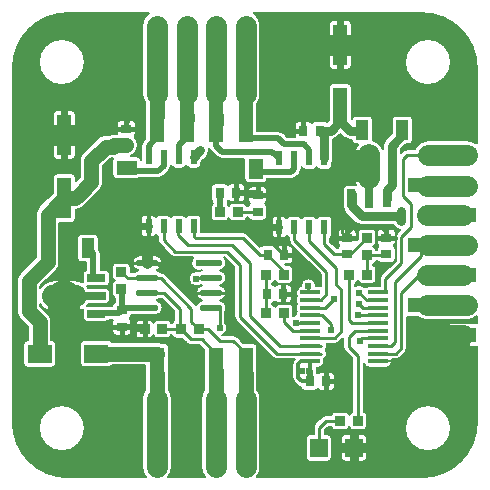
<source format=gtl>
G04 Layer: TopLayer*
G04 EasyEDA Pro v2.1.35.b8f67982.0908df, 2023-11-24 13:13:42*
G04 Gerber Generator version 0.3*
G04 Scale: 100 percent, Rotated: No, Reflected: No*
G04 Dimensions in millimeters*
G04 Leading zeros omitted, absolute positions, 3 integers and 3 decimals*
%FSLAX33Y33*%
%MOMM*%
%ADD8191C,0.203*%
%ADD10C,2.693*%
%ADD11C,0.437*%
%ADD12C,0.408*%
%ADD13C,0.455*%
%ADD14C,0.4177*%
%ADD15C,0.405*%
%ADD16C,0.605*%
%ADD17C,1.755*%
%ADD18C,0.949*%
%ADD19C,0.292*%
%ADD20C,0.305*%
%ADD21C,0.815*%
%ADD22C,0.748*%
%ADD23C,0.187*%
%ADD24C,1.105*%
%ADD25C,0.64*%
%ADD26R,2.046X1.62*%
%ADD27R,2.046X1.62*%
%ADD28R,0.8X0.9*%
%ADD29R,0.6X1.2*%
%ADD30R,3.3X2.4*%
%ADD31R,0.806X0.864*%
%ADD32R,0.806X0.864*%
%ADD33R,0.864X0.806*%
%ADD34R,0.9X0.8*%
%ADD35R,0.8X0.9*%
%ADD36R,1.485X1.62*%
%ADD37O,1.742X0.364*%
%ADD38R,1.3X4.5*%
%ADD39R,1.8X3.9*%
%ADD40R,1.3X4.5*%
%ADD41R,1.8X3.9*%
%ADD42R,1.2X3.5*%
%ADD43R,1.1X1.7*%
%ADD44R,0.672X1.575*%
%ADD45R,1.575X0.672*%
%ADD46R,1.701X1.208*%
%ADD47R,1.208X1.701*%
%ADD48O,1.888X0.574*%
%ADD49R,2.2X1.27*%
%ADD50C,0.61*%
%ADD51C,0.254*%
%ADD52C,0.508*%
%ADD53C,0.307*%
%ADD54C,1.27*%
%ADD55C,0.8*%
%ADD56C,1.8*%
G75*


G04 Copper Start*
G36*
G01X-15000Y-19642D02*
G02X-19642Y-15000I0J4642D01*
G01Y15000D01*
G02X-15000Y19642I4642J0D01*
G01X-8133D01*
G03X-8697Y18593I694J-1049D01*
G01Y16869D01*
G01Y15169D01*
G01Y12812D01*
G03X-8447Y12059I1258J0D01*
G01Y8979D01*
G01X-8586Y8840D01*
G03X-8766Y8407I433J-433D01*
G01Y8223D01*
G03X-8812Y8047I312J-176D01*
G01Y7247D01*
G03X-9161Y7526I-349J-79D01*
G01X-9662D01*
G03X-9048Y8444I-378J918D01*
G03X-9362Y9169I-993J0D01*
G03X-9233Y9444I-229J275D01*
G01Y10244D01*
G03X-9591Y10602I-358J0D01*
G01X-10491D01*
G03X-10849Y10244I0J-358D01*
G01Y9444D01*
G01Y9437D01*
G01X-11037D01*
G03X-11472Y9337I0J-993D01*
G01X-11773D01*
G03X-12475Y9046I0J-993D01*
G01X-13707Y7814D01*
G03X-13998Y7112I702J-702D01*
G01Y5745D01*
G01X-14332Y5411D01*
G01Y5730D01*
G03X-14690Y6088I-358J0D01*
G01X-15890D01*
G03X-16249Y5730I0J-358D01*
G01Y4427D01*
G01X-17389Y3286D01*
G03X-17680Y2584I702J-702D01*
G01Y-245D01*
G01Y-1035D01*
G01X-19012Y-2368D01*
G03X-19303Y-3070I702J-702D01*
G01Y-5566D01*
G03X-19012Y-6268I993J0D01*
G01X-18363Y-6917D01*
G01Y-8036D01*
G01X-18393D01*
G03X-18751Y-8394I0J-358D01*
G01Y-10014D01*
G03X-18393Y-10372I358J0D01*
G01X-16347D01*
G03X-15989Y-10014I0J358D01*
G01Y-8394D01*
G03X-16347Y-8036I-358J0D01*
G01X-16377D01*
G01Y-6506D01*
G03X-16668Y-5804I-993J0D01*
G01X-17317Y-5155D01*
G01Y-5002D01*
G01X-17309Y-5014D01*
G01X-17300Y-5028D01*
G01X-17275Y-5064D01*
G01X-17265Y-5078D01*
G01X-17237Y-5113D01*
G01X-17227Y-5126D01*
G01X-17198Y-5160D01*
G01X-17187Y-5173D01*
G01X-17157Y-5205D01*
G01X-17145Y-5217D01*
G01X-17113Y-5248D01*
G01X-17101Y-5260D01*
G01X-17067Y-5290D01*
G01X-17055Y-5300D01*
G01X-17020Y-5328D01*
G01X-17007Y-5339D01*
G01X-16971Y-5365D01*
G01X-16957Y-5375D01*
G01X-16920Y-5399D01*
G01X-16906Y-5408D01*
G01X-16867Y-5431D01*
G01X-16853Y-5439D01*
G01X-16814Y-5460D01*
G01X-16798Y-5468D01*
G01X-16758Y-5487D01*
G01X-16743Y-5494D01*
G01X-16702Y-5511D01*
G01X-16686Y-5518D01*
G01X-16645Y-5533D01*
G01X-16629Y-5538D01*
G01X-16586Y-5552D01*
G01X-16570Y-5556D01*
G01X-16527Y-5568D01*
G01X-16511Y-5572D01*
G01X-16467Y-5581D01*
G01X-16451Y-5584D01*
G01X-16407Y-5591D01*
G01X-16390Y-5594D01*
G01X-16346Y-5599D01*
G01X-16329Y-5600D01*
G01X-16285Y-5604D01*
G01X-16268D01*
G01X-16224Y-5605D01*
G01X-16215D01*
G01X-14361D01*
G01X-14352D01*
G01X-14308Y-5604D01*
G01X-14291D01*
G01X-14247Y-5600D01*
G01X-14230Y-5599D01*
G01X-14186Y-5594D01*
G01X-14169Y-5591D01*
G01X-14125Y-5584D01*
G01X-14109Y-5581D01*
G01X-14065Y-5572D01*
G01X-14049Y-5568D01*
G01X-14006Y-5556D01*
G01X-13990Y-5552D01*
G01X-13947Y-5538D01*
G01X-13931Y-5533D01*
G01X-13889Y-5518D01*
G01X-13874Y-5511D01*
G01X-13833Y-5494D01*
G01X-13818Y-5487D01*
G01X-13817D01*
G01X-13777Y-5468D01*
G01X-13762Y-5460D01*
G01X-13723Y-5439D01*
G01X-13720Y-5438D01*
G03X-13721Y-5470I357J-32D01*
G01Y-6142D01*
G03X-13363Y-6500I358J0D01*
G01X-11788D01*
G03X-11505Y-6362I0J358D01*
G01X-11189D01*
G03X-11220Y-6508I327J-147D01*
G01Y-7308D01*
G03X-10862Y-7666I358J0D01*
G01X-9962D01*
G03X-9604Y-7308I0J358D01*
G01Y-6508D01*
G03X-9766Y-6208I-358J0D01*
G03X-9604Y-5921I-196J300D01*
G01X-9115D01*
G03X-8911Y-5954I204J612D01*
G01X-7597D01*
G03X-6952Y-5309I0J645D01*
G03X-7483Y-4674I-645J0D01*
G03X-7172Y-4524I-114J635D01*
G01X-7034D01*
G01X-5972Y-5586D01*
G01Y-6364D01*
G03X-6182Y-6625I141J-329D01*
G01X-6229D01*
G03X-6583Y-6320I-354J-53D01*
G01X-7390D01*
G03X-7740Y-6603I0J-358D01*
G03X-8090Y-6320I-350J-75D01*
G01X-8897D01*
G03X-9255Y-6679I0J-358D01*
G01Y-7543D01*
G03X-8897Y-7901I358J0D01*
G01X-8090D01*
G03X-7740Y-7618I0J358D01*
G03X-7390Y-7901I350J75D01*
G01X-6583D01*
G03X-6229Y-7596I0J358D01*
G01X-6186D01*
G03X-5830Y-7916I356J38D01*
G01X-5323D01*
G01X-4920Y-8319D01*
G03X-4577Y-8461I343J343D01*
G01X-3859D01*
G01X-3447Y-8872D01*
G01Y-12247D01*
G03X-3697Y-13000I1008J-753D01*
G01Y-13860D01*
G01Y-15889D01*
G01Y-17353D01*
G01Y-18800D01*
G03X-3374Y-19642I1258J0D01*
G01X-6504D01*
G03X-6181Y-18800I-935J842D01*
G01Y-17400D01*
G01Y-15889D01*
G01Y-13954D01*
G01Y-13000D01*
G03X-6431Y-12247I-1258J0D01*
G01Y-9315D01*
G03X-6424Y-9195I-986J120D01*
G03X-6431Y-9075I-993J0D01*
G01Y-8646D01*
G03X-6789Y-8288I-358J0D01*
G01X-7012D01*
G03X-7417Y-8202I-405J-907D01*
G01X-10246D01*
G01X-10253D01*
G01X-11226D01*
G03X-11539Y-8017I-313J-174D01*
G01X-13585D01*
G03X-13943Y-8375I0J-358D01*
G01Y-9995D01*
G03X-13585Y-10354I358J0D01*
G01X-11539D01*
G03X-11237Y-10188I0J358D01*
G01X-10246D01*
G01X-10239D01*
G01X-8447D01*
G01Y-12247D01*
G03X-8697Y-13000I1008J-753D01*
G01Y-13954D01*
G01Y-15889D01*
G01Y-17400D01*
G01Y-18800D01*
G03X-8374Y-19642I1258J0D01*
G01X-15000D01*
G37*
%LPC*%
G36*
G01X-17458Y-15500D02*
G03X-15500Y-17458I1958J0D01*
G03X-13542Y-15500I0J1958D01*
G03X-15500Y-13542I-1958J0D01*
G03X-17458Y-15500I0J-1958D01*
G37*
G36*
G01X-15500Y13542D02*
G03X-13542Y15500I0J1958D01*
G03X-15500Y17458I-1958J0D01*
G03X-17458Y15500I0J-1958D01*
G03X-15500Y13542I1958J0D01*
G37*
G36*
G01X-16249Y7570D02*
G03X-15890Y7212I358J0D01*
G01X-14690D01*
G03X-14332Y7570I0J358D01*
G01Y11070D01*
G03X-14690Y11428I-358J0D01*
G01X-15890D01*
G03X-16249Y11070I0J-358D01*
G01Y7570D01*
G37*
%LPD*%
G36*
G01X4286Y-5942D02*
G03X4091Y-5981I32J-662D01*
G01Y-5328D01*
G03X3733Y-4970I-358J0D01*
G01X2927D01*
G03X2577Y-5253I0J-358D01*
G03X2315Y-4981I-350J-75D01*
G01Y-4920D01*
G03X2533Y-4767I-82J349D01*
G03X2833Y-4929I300J196D01*
G01X3633D01*
G03X3991Y-4571I0J358D01*
G01Y-3671D01*
G03X3633Y-3313I-358J0D01*
G01X2833D01*
G03X2533Y-3476I0J-358D01*
G03X2315Y-3323I-300J-196D01*
G01Y-3269D01*
G03X2583Y-2996I-82J349D01*
G03X2933Y-3279I350J75D01*
G01X3740D01*
G03X4098Y-2921I0J358D01*
G01Y-2057D01*
G03X3740Y-1699I-358J0D01*
G01X3489D01*
G01X3427Y-1637D01*
G01X3733D01*
G03X4091Y-1279I0J358D01*
G01Y-379D01*
G03X3733Y-21I-358J0D01*
G01X2933D01*
G03X2633Y-184I0J-358D01*
G03X2333Y-21I-300J-196D01*
G01X1533D01*
G03X1275Y-131I0J-358D01*
G01X191Y953D01*
G03X-152Y1095I-343J-343D01*
G01X-3685D01*
G01Y2230D01*
G03X-4043Y2588I-358J0D01*
G01X-4643D01*
G03X-4978Y2357I0J-358D01*
G03X-5313Y2588I-335J-127D01*
G01X-5913D01*
G03X-6248Y2357I0J-358D01*
G03X-6583Y2588I-335J-127D01*
G01X-7183D01*
G03X-7518Y2357I0J-358D01*
G03X-7853Y2588I-335J-127D01*
G01X-8453D01*
G03X-8812Y2230I0J-358D01*
G01Y1030D01*
G03X-8453Y672I358J0D01*
G01X-7853D01*
G03X-7518Y904I0J358D01*
G03X-7369Y724I335J127D01*
G01Y432D01*
G03X-7226Y89I485J0D01*
G01X-6236Y-902D01*
G03X-5893Y-1044I343J343D01*
G01X-4369D01*
G03X-4575Y-1524I457J-480D01*
G03X-3912Y-2187I663J0D01*
G03X-3740Y-2164I0J663D01*
G03X-3868Y-2229I226J-604D01*
G03X-4115Y-2182I-247J-615D01*
G03X-4778Y-2845I0J-663D01*
G03X-4115Y-3508I663J0D01*
G03X-3722Y-3379I0J663D01*
G03X-3627Y-3404I209J610D01*
G03X-4158Y-4039I114J-635D01*
G03X-3627Y-4674I645J0D01*
G03X-4125Y-5104I114J-635D01*
G03X-4178Y-5042I-396J-280D01*
G01X-6794Y-2426D01*
G03X-7137Y-2283I-343J-343D01*
G01X-7172D01*
G03X-7483Y-2134I-425J-485D01*
G03X-6952Y-1499I-114J635D01*
G03X-7597Y-853I-645J0D01*
G01X-8911D01*
G03X-9556Y-1499I0J-645D01*
G03X-9025Y-2134I645J0D01*
G03X-9337Y-2283I114J-635D01*
G01X-9670D01*
G01Y-1841D01*
G03X-10028Y-1482I-358J0D01*
G01X-10892D01*
G03X-11250Y-1841I0J-358D01*
G01Y-2647D01*
G03X-10967Y-2997I358J0D01*
G03X-11250Y-3347I75J-350D01*
G01Y-4154D01*
G03X-11024Y-4487I358J0D01*
G01Y-4789D01*
G03X-11220Y-5108I162J-319D01*
G01Y-5137D01*
G01X-11655D01*
G03X-11788Y-5112I-133J-333D01*
G01X-13337D01*
G01X-13311Y-5078D01*
G01X-13301Y-5064D01*
G01X-13276Y-5028D01*
G01X-13266Y-5014D01*
G01X-13249Y-4985D01*
G01X-11788D01*
G03X-11430Y-4627I0J358D01*
G01Y-3967D01*
G03X-11788Y-3609I-358J0D01*
G01X-13249D01*
G01X-13266Y-3581D01*
G01X-13276Y-3567D01*
G01X-13301Y-3530D01*
G01X-13311Y-3517D01*
G01X-13324Y-3500D01*
G01X-11788D01*
G03X-11430Y-3142I0J358D01*
G01Y-2470D01*
G03X-11788Y-2112I-358J0D01*
G01X-12217D01*
G01Y-702D01*
G03X-12379Y-289I-612J0D01*
G01Y605D01*
G03X-12737Y963I-358J0D01*
G01X-13837D01*
G03X-14195Y605I0J-358D01*
G01Y-1095D01*
G03X-13837Y-1453I358J0D01*
G01X-13442D01*
G01Y-2120D01*
G03X-13721Y-2470I79J-349D01*
G01Y-3142D01*
G01Y-3156D01*
G01X-13723Y-3155D01*
G01X-13762Y-3134D01*
G01X-13777Y-3127D01*
G01X-13818Y-3107D01*
G01X-13833Y-3101D01*
G01X-13874Y-3083D01*
G01X-13889Y-3077D01*
G01X-13931Y-3062D01*
G01X-13947Y-3056D01*
G01X-13990Y-3043D01*
G01X-14006Y-3038D01*
G01X-14049Y-3027D01*
G01X-14065Y-3023D01*
G01X-14109Y-3014D01*
G01X-14125Y-3011D01*
G01X-14169Y-3003D01*
G01X-14186Y-3001D01*
G01X-14230Y-2996D01*
G01X-14247Y-2994D01*
G01X-14291Y-2991D01*
G01X-14308Y-2990D01*
G01X-14352Y-2989D01*
G01X-14361D01*
G01X-16215D01*
G01X-16224D01*
G01X-16268Y-2990D01*
G01X-16285Y-2991D01*
G01X-16329Y-2994D01*
G01X-16346Y-2996D01*
G01X-16390Y-3001D01*
G01X-16407Y-3003D01*
G01X-16451Y-3011D01*
G01X-16467Y-3014D01*
G01X-16511Y-3023D01*
G01X-16527Y-3027D01*
G01X-16570Y-3038D01*
G01X-16586Y-3043D01*
G01X-16629Y-3056D01*
G01X-16645Y-3062D01*
G01X-16686Y-3077D01*
G01X-16702Y-3083D01*
G01X-16743Y-3101D01*
G01X-16758Y-3107D01*
G01X-16798Y-3127D01*
G01X-16814Y-3134D01*
G01X-16853Y-3155D01*
G01X-16867Y-3164D01*
G01X-16906Y-3187D01*
G01X-16920Y-3195D01*
G01X-16957Y-3220D01*
G01X-16971Y-3230D01*
G01X-17007Y-3256D01*
G01X-17020Y-3266D01*
G01X-17055Y-3294D01*
G01X-17067Y-3305D01*
G01X-17101Y-3335D01*
G01X-17113Y-3346D01*
G01X-17145Y-3377D01*
G01X-17157Y-3389D01*
G01X-17187Y-3422D01*
G01X-17198Y-3434D01*
G01X-17227Y-3468D01*
G01X-17237Y-3481D01*
G01X-17265Y-3517D01*
G01X-17275Y-3530D01*
G01X-17300Y-3567D01*
G01X-17309Y-3581D01*
G01X-17317Y-3593D01*
G01Y-3481D01*
G01X-15985Y-2149D01*
G03X-15694Y-1447I-702J702D01*
G01Y-245D01*
G01Y1872D01*
G01X-14690D01*
G03X-14332Y2230I0J358D01*
G01Y2988D01*
G03X-13656Y3278I-26J993D01*
G01X-13369Y3565D01*
G01X-12303Y4632D01*
G03X-12012Y5334I-702J702D01*
G01Y6701D01*
G01X-11361Y7351D01*
G01X-11170D01*
G03X-11220Y7168I308J-183D01*
G01Y5960D01*
G03X-10862Y5602I358J0D01*
G01X-9161D01*
G03X-8929Y5687I0J358D01*
G01X-7315D01*
G03X-6882Y5866I0J612D01*
G01X-6451Y6298D01*
G03X-6275Y6665I-433J433D01*
G03X-6248Y6720I-309J182D01*
G03X-5913Y6489I335J127D01*
G01X-5313D01*
G03X-4978Y6720I0J358D01*
G03X-4643Y6489I335J127D01*
G01X-4043D01*
G03X-3685Y6847I0J358D01*
G01Y7033D01*
G01X-3223Y7495D01*
G03X-3001Y8031I-536J536D01*
G01Y8077D01*
G03X-3007Y8171I-758J0D01*
G03X-2872Y7967I568J229D01*
G01X-2397Y7492D01*
G03X-1964Y7313I433J433D01*
G01X-37D01*
G01Y7302D01*
G01Y5601D01*
G03X321Y5243I358J0D01*
G01X1529D01*
G03X1886Y5585I0J358D01*
G01X3912D01*
G03X4344Y5765I0J612D01*
G01X4630Y6050D01*
G03X4809Y6483I-433J433D01*
G01Y6562D01*
G03X4832Y6611I-312J176D01*
G03X5167Y6379I335J127D01*
G01X5767D01*
G03X6102Y6611I0J358D01*
G03X6437Y6379I335J127D01*
G01X7037D01*
G03X7395Y6737I0J358D01*
G01Y6961D01*
G03X7495Y7337I-658J376D01*
G01Y8970D01*
G03X7837Y9167I-194J733D01*
G01X8081Y9411D01*
G01X8345Y9147D01*
G03X8881Y8925I536J536D01*
G01X9025D01*
G01Y8900D01*
G03X9383Y8541I358J0D01*
G01X9601D01*
G01X9591Y8532D01*
G01X9560Y8500D01*
G01X9548Y8488D01*
G01X9519Y8454D01*
G01X9508Y8442D01*
G01X9480Y8407D01*
G01X9469Y8394D01*
G01X9443Y8358D01*
G01X9434Y8344D01*
G01X9409Y8307D01*
G01X9400Y8293D01*
G01X9377Y8254D01*
G01X9369Y8240D01*
G01X9348Y8201D01*
G01X9340Y8185D01*
G01X9321Y8145D01*
G01X9314Y8130D01*
G01X9297Y8089D01*
G01X9291Y8073D01*
G01X9275Y8032D01*
G01X9270Y8016D01*
G01X9257Y7973D01*
G01X9252Y7957D01*
G01X9241Y7914D01*
G01X9237Y7898D01*
G01X9227Y7854D01*
G01X9224Y7837D01*
G01X9217Y7794D01*
G01X9215Y7777D01*
G01X9209Y7733D01*
G01X9208Y7716D01*
G01X9205Y7672D01*
G01X9204Y7655D01*
G01X9203Y7610D01*
G01Y7602D01*
G01Y5748D01*
G01Y5739D01*
G01X9204Y5695D01*
G01X9205Y5678D01*
G01X9208Y5634D01*
G01X9209Y5617D01*
G01X9215Y5573D01*
G01X9217Y5556D01*
G01X9224Y5512D01*
G01X9227Y5495D01*
G01X9237Y5452D01*
G01X9241Y5436D01*
G01X9252Y5393D01*
G01X9257Y5377D01*
G01X9270Y5334D01*
G01X9275Y5318D01*
G01X9291Y5276D01*
G01X9297Y5261D01*
G01X9314Y5220D01*
G01X9321Y5204D01*
G01X9340Y5164D01*
G01X9348Y5149D01*
G01X9369Y5110D01*
G01X9371Y5107D01*
G03X9338Y5108I-32J-357D01*
G01X9210D01*
G03X9042Y5127I-168J-739D01*
G03X8875Y5108I0J-758D01*
G01X8666D01*
G03X8308Y4750I0J-358D01*
G01Y4558D01*
G03X8284Y4369I734J-189D01*
G01Y3283D01*
G03X8506Y2747I758J0D01*
G01X9351Y1902D01*
G03X9887Y1680I536J536D01*
G01X12538D01*
G01X12723Y1496D01*
G03X13144Y1283I536J536D01*
G01X12916Y1054D01*
G03X12774Y711I343J-343D01*
G01Y-1323D01*
G01X11544Y-2553D01*
G03X11402Y-2896I343J-343D01*
G01Y-3450D01*
G01X10568D01*
G03X10210Y-3586I0J-540D01*
G03X9703Y-3350I-507J-428D01*
G03X9344Y-3455I0J-663D01*
G01Y-3274D01*
G03X9612Y-3000I-82J349D01*
G03X9963Y-3283I350J75D01*
G01X10769D01*
G03X11127Y-2925I0J358D01*
G01Y-2061D01*
G03X10851Y-1712I-358J0D01*
G01Y-1625D01*
G03X11118Y-1358I-82J349D01*
G01X11215D01*
G03X11512Y-1515I297J201D01*
G01X12412D01*
G03X12770Y-1157I0J358D01*
G01Y-357D01*
G03X12607Y-57I-358J0D01*
G03X12770Y243I-196J300D01*
G01Y1043D01*
G03X12412Y1401I-358J0D01*
G01X11512D01*
G03X11154Y1043I0J-358D01*
G01Y243D01*
G03X11316Y-57I358J0D01*
G03X11154Y-357I196J-300D01*
G01Y-388D01*
G01X11118D01*
G03X10844Y-120I-349J-82D01*
G03X11127Y231I-75J350D01*
G01Y1037D01*
G03X10769Y1395I-358J0D01*
G01X9905D01*
G03X9547Y1037I0J-358D01*
G01Y530D01*
G01X9463Y446D01*
G01Y1031D01*
G03X9105Y1389I-358J0D01*
G01X8205D01*
G03X7847Y1031I0J-358D01*
G01Y231D01*
G03X8009Y-69I358J0D01*
G03X7859Y-277I196J-300D01*
G01X7770D01*
G01X7222Y271D01*
G01Y614D01*
G03X7395Y921I-185J307D01*
G01Y2121D01*
G03X7037Y2479I-358J0D01*
G01X6437D01*
G03X6102Y2247I0J-358D01*
G03X5767Y2479I-335J-127D01*
G01X5167D01*
G03X4832Y2247I0J-358D01*
G03X4497Y2479I-335J-127D01*
G01X3897D01*
G03X3562Y2247I0J-358D01*
G03X3227Y2479I-335J-127D01*
G01X2627D01*
G03X2269Y2121I0J-358D01*
G01Y921D01*
G03X2627Y563I358J0D01*
G01X3227D01*
G03X3562Y794I0J358D01*
G03X3712Y614I335J127D01*
G01Y477D01*
G03X3854Y134I485J0D01*
G01X6424Y-2436D01*
G01Y-3497D01*
G03X6204Y-3450I-220J-493D01*
G01X6048D01*
G03X5385Y-2791I-663J-4D01*
G03X4722Y-3454I0J-663D01*
G01Y-3460D01*
G03X4286Y-3990I104J-530D01*
G03X4394Y-4315I540J0D01*
G03X4286Y-4640I431J-325D01*
G03X4394Y-4965I540J0D01*
G03X4286Y-5290I431J-325D01*
G03X4394Y-5615I540J0D01*
G03X4286Y-5940I431J-325D01*
G01Y-5942D01*
G37*
%LPC*%
G36*
G01X-1364Y2290D02*
G03X-1014Y2007I350J75D01*
G01X-208D01*
G03X150Y2344I0J358D01*
G01X281D01*
G03X629Y2071I348J85D01*
G01X1529D01*
G03X1887Y2429I0J358D01*
G01Y3229D01*
G03X1724Y3529I-358J0D01*
G03X1887Y3829I-196J300D01*
G01Y4629D01*
G03X1529Y4987I-358J0D01*
G01X629D01*
G03X271Y4629I0J-358D01*
G01Y3829D01*
G03X433Y3529I358J0D01*
G03X281Y3314I196J-300D01*
G01X140D01*
G03X-208Y3587I-348J-85D01*
G01X-1014D01*
G03X-1364Y3304I0J-358D01*
G03X-1474Y3494I-350J-75D01*
G03X-1435Y3719I-624J225D01*
G03X-1436Y3758I-663J0D01*
G03X-1418Y3783I-282J221D01*
G03X-1118Y3621I300J196D01*
G01X-318D01*
G03X40Y3979I0J358D01*
G01Y4879D01*
G03X-318Y5237I-358J0D01*
G01X-1118D01*
G03X-1418Y5075I0J-358D01*
G03X-1718Y5237I-300J-196D01*
G01X-2518D01*
G03X-2876Y4879I0J-358D01*
G01Y3979D01*
G03X-2761Y3716I358J0D01*
G03X-2730Y3520I663J3D01*
G03X-2879Y3229I209J-291D01*
G01Y2365D01*
G03X-2521Y2007I358J0D01*
G01X-1715D01*
G03X-1364Y2290I0J358D01*
G37*
%LPD*%
G36*
G01X-3627Y-2134D02*
G03X-3680Y-2145I114J-635D01*
G03X-3643Y-2130I-232J621D01*
G01X-3627Y-2134D01*
G37*
G36*
G01X19642Y-15000D02*
G02X15000Y-19642I-4642J0D01*
G01X996D01*
G03X1319Y-18800I-935J842D01*
G01Y-17353D01*
G01Y-15842D01*
G01Y-13860D01*
G01Y-13000D01*
G03X1069Y-12247I-1258J0D01*
G01Y-8646D01*
G03X711Y-8288I-358J0D01*
G01X-119D01*
G01X-622Y-7785D01*
G03X-965Y-7643I-343J-343D01*
G01X-1933D01*
G01Y-7642D01*
G03X-1470Y-7010I-201J632D01*
G03X-1648Y-6558I-663J0D01*
G01Y-5644D01*
G03X-1554Y-5309I-551J336D01*
G03X-2085Y-4674I-645J0D01*
G03X-1554Y-4039I-114J635D01*
G03X-2085Y-3404I-645J0D01*
G03X-1554Y-2769I-114J635D01*
G03X-2085Y-2134I-645J0D01*
G03X-1554Y-1499I-114J635D01*
G03X-1742Y-1044I-645J0D01*
G01X-1725D01*
G01X-892Y-1877D01*
G01Y-6045D01*
G03X-749Y-6388I485J0D01*
G01X2396Y-9533D01*
G03X2739Y-9676I343J343D01*
G01X4204D01*
G01X4176Y-9703D01*
G03X4027Y-10065I362J-362D01*
G01Y-11233D01*
G03X4176Y-11595I512J0D01*
G01X4481Y-11900D01*
G03X4722Y-12035I362J362D01*
G03X5077Y-12346I355J47D01*
G01X5877D01*
G03X6177Y-12184I0J358D01*
G03X6477Y-12346I300J196D01*
G01X7277D01*
G03X7635Y-11988I0J358D01*
G01Y-11088D01*
G03X7277Y-10730I-358J0D01*
G01X6477D01*
G03X6177Y-10893I0J-358D01*
G03X6091Y-10802I-300J-196D01*
G03X6116Y-10624I-639J178D01*
G03X6070Y-10381I-663J0D01*
G01X6204D01*
G03X6744Y-9840I0J540D01*
G03X6698Y-9624I-540J0D01*
G03X6965Y-9190I-219J433D01*
G03X6840Y-8865I-485J0D01*
G03X6965Y-8540I-360J325D01*
G03X6936Y-8376I-485J0D01*
G01X7591D01*
G03X7934Y-8233I0J485D01*
G01X8303Y-7864D01*
G01Y-8585D01*
G03X8445Y-8928I485J0D01*
G01X9101Y-9584D01*
G01Y-14104D01*
G03X8833Y-14377I82J-349D01*
G03X8483Y-14094I-350J-75D01*
G01X7676D01*
G03X7322Y-14399I0J-358D01*
G01X6858D01*
G03X6515Y-14541I0J-485D01*
G01X5956Y-15100D01*
G03X5814Y-15443I343J-343D01*
G01Y-16003D01*
G01X5519D01*
G03X5161Y-16361I0J-358D01*
G01Y-17981D01*
G03X5519Y-18339I358J0D01*
G01X7004D01*
G03X7363Y-17981I0J358D01*
G01Y-16361D01*
G03X7004Y-16003I-358J0D01*
G01X6784D01*
G01Y-15644D01*
G01X7059Y-15370D01*
G01X7322D01*
G03X7676Y-15675I354J53D01*
G01X8483D01*
G03X8833Y-15392I0J358D01*
G03X9183Y-15675I350J75D01*
G01X9989D01*
G03X10348Y-15316I0J358D01*
G01Y-14452D01*
G03X10071Y-14104I-358J0D01*
G01Y-10054D01*
G03X10568Y-10381I496J213D01*
G01X11946D01*
G03X12486Y-9840I0J540D01*
G03X12460Y-9676I-540J0D01*
G01X12755D01*
G03X13098Y-9533I0J485D01*
G01X13602Y-9030D01*
G03X13744Y-8687I-343J343D01*
G01Y-6069D01*
G03X13800Y-6073I56J354D01*
G01X14628D01*
G03X15394Y-6333I766J998D01*
G01X18682D01*
G03X18796Y-6338I114J1253D01*
G03X19642Y-6011I0J1258D01*
G01Y-6629D01*
G03X19600Y-6627I-42J-356D01*
G01X17400D01*
G03X17042Y-6985I0J-358D01*
G01Y-8255D01*
G03X17400Y-8613I358J0D01*
G01X19600D01*
G03X19642Y-8611I0J358D01*
G01Y-15000D01*
G37*
%LPC*%
G36*
G01X13542Y-15500D02*
G03X15500Y-17458I1958J0D01*
G03X17458Y-15500I0J1958D01*
G03X15500Y-13542I-1958J0D01*
G03X13542Y-15500I0J-1958D01*
G37*
G36*
G01X8146Y-17981D02*
G03X8504Y-18339I358J0D01*
G01X9989D01*
G03X10348Y-17981I0J358D01*
G01Y-16361D01*
G03X9989Y-16003I-358J0D01*
G01X8504D01*
G03X8146Y-16361I0J-358D01*
G01Y-17981D01*
G37*
%LPD*%
G36*
G01X13373Y7963D02*
G01X13204Y7794D01*
G01Y8119D01*
G01X13627Y8541D01*
G01X13883D01*
G03X14241Y8900I0J358D01*
G01Y10600D01*
G03X13883Y10958I-358J0D01*
G01X12783D01*
G03X12425Y10600I0J-358D01*
G01Y9484D01*
G01X11910Y8969D01*
G03X11688Y8433I536J-536D01*
G01Y8172D01*
G01X11682Y8185D01*
G01X11674Y8201D01*
G01X11653Y8240D01*
G01X11645Y8254D01*
G01X11622Y8293D01*
G01X11613Y8307D01*
G01X11588Y8344D01*
G01X11579Y8358D01*
G01X11552Y8394D01*
G01X11542Y8407D01*
G01X11514Y8442D01*
G01X11503Y8454D01*
G01X11473Y8488D01*
G01X11462Y8500D01*
G01X11431Y8532D01*
G01X11419Y8543D01*
G01X11386Y8574D01*
G01X11374Y8585D01*
G01X11340Y8614D01*
G01X11327Y8624D01*
G01X11291Y8652D01*
G01X11278Y8662D01*
G01X11241Y8687D01*
G01X11227Y8696D01*
G01X11190Y8720D01*
G01X11175Y8729D01*
G01X11136Y8751D01*
G01X11122Y8759D01*
G01X11082Y8779D01*
G01X11067Y8786D01*
G01X11026Y8804D01*
G01X11011Y8811D01*
G01X10969Y8827D01*
G01X10953Y8833D01*
G01X10911Y8847D01*
G01X10895Y8852D01*
G01X10853Y8865D01*
G01X10840Y8868D01*
G03X10841Y8900I-357J32D01*
G01Y10600D01*
G03X10483Y10958I-358J0D01*
G01X9383D01*
G03X9040Y10701I0J-358D01*
G01Y13361D01*
G03X8682Y13719I-358J0D01*
G01X7482D01*
G03X7123Y13361I0J-358D01*
G01Y10597D01*
G01X6987Y10461D01*
G01X6945D01*
G03X6762Y10511I-183J-308D01*
G01X5962D01*
G03X5662Y10348I0J-358D01*
G03X5362Y10511I-300J-196D01*
G01X4562D01*
G03X4204Y10153I0J-358D01*
G01Y9253D01*
G03X4220Y9147I358J0D01*
G01X3606D01*
G01X3278Y9475D01*
G03X2845Y9655I-433J-433D01*
G01X1069D01*
G01Y12059D01*
G03X1319Y12812I-1008J753D01*
G01Y15190D01*
G01Y16890D01*
G01Y18593D01*
G03X756Y19642I-1258J0D01*
G01X15000D01*
G02X19642Y15000I0J-4642D01*
G01Y8611D01*
G03X19600Y8613I-42J-356D01*
G01X19568D01*
G03X18796Y8878I-772J-993D01*
G01X17272D01*
G01X15520D01*
G03X14359Y8105I0J-1258D01*
G01X13716D01*
G03X13373Y7963I0J-485D01*
G37*
%LPC*%
G36*
G01X15500Y13542D02*
G03X17458Y15500I0J1958D01*
G03X15500Y17458I-1958J0D01*
G03X13542Y15500I0J-1958D01*
G03X15500Y13542I1958J0D01*
G37*
G36*
G01X8682Y14842D02*
G03X9040Y15201I0J358D01*
G01Y18701D01*
G03X8682Y19059I-358J0D01*
G01X7482D01*
G03X7123Y18701I0J-358D01*
G01Y15201D01*
G03X7482Y14842I358J0D01*
G01X8682D01*
G37*
%LPD*%
G54D8191*
G01X-15000Y-19642D02*
G02X-19642Y-15000I0J4642D01*
G01Y15000D01*
G02X-15000Y19642I4642J0D01*
G01X-8133D01*
G03X-8697Y18593I694J-1049D01*
G01Y16869D01*
G01Y15169D01*
G01Y12812D01*
G03X-8447Y12059I1258J0D01*
G01Y8979D01*
G01X-8586Y8840D01*
G03X-8766Y8407I433J-433D01*
G01Y8223D01*
G03X-8812Y8047I312J-176D01*
G01Y7247D01*
G03X-9161Y7526I-349J-79D01*
G01X-9662D01*
G03X-9048Y8444I-378J918D01*
G03X-9362Y9169I-993J0D01*
G03X-9233Y9444I-229J275D01*
G01Y10244D01*
G03X-9591Y10602I-358J0D01*
G01X-10491D01*
G03X-10849Y10244I0J-358D01*
G01Y9444D01*
G01Y9437D01*
G01X-11037D01*
G03X-11472Y9337I0J-993D01*
G01X-11773D01*
G03X-12475Y9046I0J-993D01*
G01X-13707Y7814D01*
G03X-13998Y7112I702J-702D01*
G01Y5745D01*
G01X-14332Y5411D01*
G01Y5730D01*
G03X-14690Y6088I-358J0D01*
G01X-15890D01*
G03X-16249Y5730I0J-358D01*
G01Y4427D01*
G01X-17389Y3286D01*
G03X-17680Y2584I702J-702D01*
G01Y-245D01*
G01Y-1035D01*
G01X-19012Y-2368D01*
G03X-19303Y-3070I702J-702D01*
G01Y-5566D01*
G03X-19012Y-6268I993J0D01*
G01X-18363Y-6917D01*
G01Y-8036D01*
G01X-18393D01*
G03X-18751Y-8394I0J-358D01*
G01Y-10014D01*
G03X-18393Y-10372I358J0D01*
G01X-16347D01*
G03X-15989Y-10014I0J358D01*
G01Y-8394D01*
G03X-16347Y-8036I-358J0D01*
G01X-16377D01*
G01Y-6506D01*
G03X-16668Y-5804I-993J0D01*
G01X-17317Y-5155D01*
G01Y-5002D01*
G01X-17309Y-5014D01*
G01X-17300Y-5028D01*
G01X-17275Y-5064D01*
G01X-17265Y-5078D01*
G01X-17237Y-5113D01*
G01X-17227Y-5126D01*
G01X-17198Y-5160D01*
G01X-17187Y-5173D01*
G01X-17157Y-5205D01*
G01X-17145Y-5217D01*
G01X-17113Y-5248D01*
G01X-17101Y-5260D01*
G01X-17067Y-5290D01*
G01X-17055Y-5300D01*
G01X-17020Y-5328D01*
G01X-17007Y-5339D01*
G01X-16971Y-5365D01*
G01X-16957Y-5375D01*
G01X-16920Y-5399D01*
G01X-16906Y-5408D01*
G01X-16867Y-5431D01*
G01X-16853Y-5439D01*
G01X-16814Y-5460D01*
G01X-16798Y-5468D01*
G01X-16758Y-5487D01*
G01X-16743Y-5494D01*
G01X-16702Y-5511D01*
G01X-16686Y-5518D01*
G01X-16645Y-5533D01*
G01X-16629Y-5538D01*
G01X-16586Y-5552D01*
G01X-16570Y-5556D01*
G01X-16527Y-5568D01*
G01X-16511Y-5572D01*
G01X-16467Y-5581D01*
G01X-16451Y-5584D01*
G01X-16407Y-5591D01*
G01X-16390Y-5594D01*
G01X-16346Y-5599D01*
G01X-16329Y-5600D01*
G01X-16285Y-5604D01*
G01X-16268D01*
G01X-16224Y-5605D01*
G01X-16215D01*
G01X-14361D01*
G01X-14352D01*
G01X-14308Y-5604D01*
G01X-14291D01*
G01X-14247Y-5600D01*
G01X-14230Y-5599D01*
G01X-14186Y-5594D01*
G01X-14169Y-5591D01*
G01X-14125Y-5584D01*
G01X-14109Y-5581D01*
G01X-14065Y-5572D01*
G01X-14049Y-5568D01*
G01X-14006Y-5556D01*
G01X-13990Y-5552D01*
G01X-13947Y-5538D01*
G01X-13931Y-5533D01*
G01X-13889Y-5518D01*
G01X-13874Y-5511D01*
G01X-13833Y-5494D01*
G01X-13818Y-5487D01*
G01X-13817D01*
G01X-13777Y-5468D01*
G01X-13762Y-5460D01*
G01X-13723Y-5439D01*
G01X-13720Y-5438D01*
G03X-13721Y-5470I357J-32D01*
G01Y-6142D01*
G03X-13363Y-6500I358J0D01*
G01X-11788D01*
G03X-11505Y-6362I0J358D01*
G01X-11189D01*
G03X-11220Y-6508I327J-147D01*
G01Y-7308D01*
G03X-10862Y-7666I358J0D01*
G01X-9962D01*
G03X-9604Y-7308I0J358D01*
G01Y-6508D01*
G03X-9766Y-6208I-358J0D01*
G03X-9604Y-5921I-196J300D01*
G01X-9115D01*
G03X-8911Y-5954I204J612D01*
G01X-7597D01*
G03X-6952Y-5309I0J645D01*
G03X-7483Y-4674I-645J0D01*
G03X-7172Y-4524I-114J635D01*
G01X-7034D01*
G01X-5972Y-5586D01*
G01Y-6364D01*
G03X-6182Y-6625I141J-329D01*
G01X-6229D01*
G03X-6583Y-6320I-354J-53D01*
G01X-7390D01*
G03X-7740Y-6603I0J-358D01*
G03X-8090Y-6320I-350J-75D01*
G01X-8897D01*
G03X-9255Y-6679I0J-358D01*
G01Y-7543D01*
G03X-8897Y-7901I358J0D01*
G01X-8090D01*
G03X-7740Y-7618I0J358D01*
G03X-7390Y-7901I350J75D01*
G01X-6583D01*
G03X-6229Y-7596I0J358D01*
G01X-6186D01*
G03X-5830Y-7916I356J38D01*
G01X-5323D01*
G01X-4920Y-8319D01*
G03X-4577Y-8461I343J343D01*
G01X-3859D01*
G01X-3447Y-8872D01*
G01Y-12247D01*
G03X-3697Y-13000I1008J-753D01*
G01Y-13860D01*
G01Y-15889D01*
G01Y-17353D01*
G01Y-18800D01*
G03X-3374Y-19642I1258J0D01*
G01X-6504D01*
G03X-6181Y-18800I-935J842D01*
G01Y-17400D01*
G01Y-15889D01*
G01Y-13954D01*
G01Y-13000D01*
G03X-6431Y-12247I-1258J0D01*
G01Y-9315D01*
G03X-6424Y-9195I-986J120D01*
G03X-6431Y-9075I-993J0D01*
G01Y-8646D01*
G03X-6789Y-8288I-358J0D01*
G01X-7012D01*
G03X-7417Y-8202I-405J-907D01*
G01X-10246D01*
G01X-10253D01*
G01X-11226D01*
G03X-11539Y-8017I-313J-174D01*
G01X-13585D01*
G03X-13943Y-8375I0J-358D01*
G01Y-9995D01*
G03X-13585Y-10354I358J0D01*
G01X-11539D01*
G03X-11237Y-10188I0J358D01*
G01X-10246D01*
G01X-10239D01*
G01X-8447D01*
G01Y-12247D01*
G03X-8697Y-13000I1008J-753D01*
G01Y-13954D01*
G01Y-15889D01*
G01Y-17400D01*
G01Y-18800D01*
G03X-8374Y-19642I1258J0D01*
G01X-15000D01*
G01X-17458Y-15500D02*
G03X-15500Y-17458I1958J0D01*
G03X-13542Y-15500I0J1958D01*
G03X-15500Y-13542I-1958J0D01*
G03X-17458Y-15500I0J-1958D01*
G01X-15500Y13542D02*
G03X-13542Y15500I0J1958D01*
G03X-15500Y17458I-1958J0D01*
G03X-17458Y15500I0J-1958D01*
G03X-15500Y13542I1958J0D01*
G01X-16249Y7570D02*
G03X-15890Y7212I358J0D01*
G01X-14690D01*
G03X-14332Y7570I0J358D01*
G01Y11070D01*
G03X-14690Y11428I-358J0D01*
G01X-15890D01*
G03X-16249Y11070I0J-358D01*
G01Y7570D01*
G01X4286Y-5942D02*
G03X4091Y-5981I32J-662D01*
G01Y-5328D01*
G03X3733Y-4970I-358J0D01*
G01X2927D01*
G03X2577Y-5253I0J-358D01*
G03X2315Y-4981I-350J-75D01*
G01Y-4920D01*
G03X2533Y-4767I-82J349D01*
G03X2833Y-4929I300J196D01*
G01X3633D01*
G03X3991Y-4571I0J358D01*
G01Y-3671D01*
G03X3633Y-3313I-358J0D01*
G01X2833D01*
G03X2533Y-3476I0J-358D01*
G03X2315Y-3323I-300J-196D01*
G01Y-3269D01*
G03X2583Y-2996I-82J349D01*
G03X2933Y-3279I350J75D01*
G01X3740D01*
G03X4098Y-2921I0J358D01*
G01Y-2057D01*
G03X3740Y-1699I-358J0D01*
G01X3489D01*
G01X3427Y-1637D01*
G01X3733D01*
G03X4091Y-1279I0J358D01*
G01Y-379D01*
G03X3733Y-21I-358J0D01*
G01X2933D01*
G03X2633Y-184I0J-358D01*
G03X2333Y-21I-300J-196D01*
G01X1533D01*
G03X1275Y-131I0J-358D01*
G01X191Y953D01*
G03X-152Y1095I-343J-343D01*
G01X-3685D01*
G01Y2230D01*
G03X-4043Y2588I-358J0D01*
G01X-4643D01*
G03X-4978Y2357I0J-358D01*
G03X-5313Y2588I-335J-127D01*
G01X-5913D01*
G03X-6248Y2357I0J-358D01*
G03X-6583Y2588I-335J-127D01*
G01X-7183D01*
G03X-7518Y2357I0J-358D01*
G03X-7853Y2588I-335J-127D01*
G01X-8453D01*
G03X-8812Y2230I0J-358D01*
G01Y1030D01*
G03X-8453Y672I358J0D01*
G01X-7853D01*
G03X-7518Y904I0J358D01*
G03X-7369Y724I335J127D01*
G01Y432D01*
G03X-7226Y89I485J0D01*
G01X-6236Y-902D01*
G03X-5893Y-1044I343J343D01*
G01X-4369D01*
G03X-4575Y-1524I457J-480D01*
G03X-3912Y-2187I663J0D01*
G03X-3740Y-2164I0J663D01*
G03X-3868Y-2229I226J-604D01*
G03X-4115Y-2182I-247J-615D01*
G03X-4778Y-2845I0J-663D01*
G03X-4115Y-3508I663J0D01*
G03X-3722Y-3379I0J663D01*
G03X-3627Y-3404I209J610D01*
G03X-4158Y-4039I114J-635D01*
G03X-3627Y-4674I645J0D01*
G03X-4125Y-5104I114J-635D01*
G03X-4178Y-5042I-396J-280D01*
G01X-6794Y-2426D01*
G03X-7137Y-2283I-343J-343D01*
G01X-7172D01*
G03X-7483Y-2134I-425J-485D01*
G03X-6952Y-1499I-114J635D01*
G03X-7597Y-853I-645J0D01*
G01X-8911D01*
G03X-9556Y-1499I0J-645D01*
G03X-9025Y-2134I645J0D01*
G03X-9337Y-2283I114J-635D01*
G01X-9670D01*
G01Y-1841D01*
G03X-10028Y-1482I-358J0D01*
G01X-10892D01*
G03X-11250Y-1841I0J-358D01*
G01Y-2647D01*
G03X-10967Y-2997I358J0D01*
G03X-11250Y-3347I75J-350D01*
G01Y-4154D01*
G03X-11024Y-4487I358J0D01*
G01Y-4789D01*
G03X-11220Y-5108I162J-319D01*
G01Y-5137D01*
G01X-11655D01*
G03X-11788Y-5112I-133J-333D01*
G01X-13337D01*
G01X-13311Y-5078D01*
G01X-13301Y-5064D01*
G01X-13276Y-5028D01*
G01X-13266Y-5014D01*
G01X-13249Y-4985D01*
G01X-11788D01*
G03X-11430Y-4627I0J358D01*
G01Y-3967D01*
G03X-11788Y-3609I-358J0D01*
G01X-13249D01*
G01X-13266Y-3581D01*
G01X-13276Y-3567D01*
G01X-13301Y-3530D01*
G01X-13311Y-3517D01*
G01X-13324Y-3500D01*
G01X-11788D01*
G03X-11430Y-3142I0J358D01*
G01Y-2470D01*
G03X-11788Y-2112I-358J0D01*
G01X-12217D01*
G01Y-702D01*
G03X-12379Y-289I-612J0D01*
G01Y605D01*
G03X-12737Y963I-358J0D01*
G01X-13837D01*
G03X-14195Y605I0J-358D01*
G01Y-1095D01*
G03X-13837Y-1453I358J0D01*
G01X-13442D01*
G01Y-2120D01*
G03X-13721Y-2470I79J-349D01*
G01Y-3142D01*
G01Y-3156D01*
G01X-13723Y-3155D01*
G01X-13762Y-3134D01*
G01X-13777Y-3127D01*
G01X-13818Y-3107D01*
G01X-13833Y-3101D01*
G01X-13874Y-3083D01*
G01X-13889Y-3077D01*
G01X-13931Y-3062D01*
G01X-13947Y-3056D01*
G01X-13990Y-3043D01*
G01X-14006Y-3038D01*
G01X-14049Y-3027D01*
G01X-14065Y-3023D01*
G01X-14109Y-3014D01*
G01X-14125Y-3011D01*
G01X-14169Y-3003D01*
G01X-14186Y-3001D01*
G01X-14230Y-2996D01*
G01X-14247Y-2994D01*
G01X-14291Y-2991D01*
G01X-14308Y-2990D01*
G01X-14352Y-2989D01*
G01X-14361D01*
G01X-16215D01*
G01X-16224D01*
G01X-16268Y-2990D01*
G01X-16285Y-2991D01*
G01X-16329Y-2994D01*
G01X-16346Y-2996D01*
G01X-16390Y-3001D01*
G01X-16407Y-3003D01*
G01X-16451Y-3011D01*
G01X-16467Y-3014D01*
G01X-16511Y-3023D01*
G01X-16527Y-3027D01*
G01X-16570Y-3038D01*
G01X-16586Y-3043D01*
G01X-16629Y-3056D01*
G01X-16645Y-3062D01*
G01X-16686Y-3077D01*
G01X-16702Y-3083D01*
G01X-16743Y-3101D01*
G01X-16758Y-3107D01*
G01X-16798Y-3127D01*
G01X-16814Y-3134D01*
G01X-16853Y-3155D01*
G01X-16867Y-3164D01*
G01X-16906Y-3187D01*
G01X-16920Y-3195D01*
G01X-16957Y-3220D01*
G01X-16971Y-3230D01*
G01X-17007Y-3256D01*
G01X-17020Y-3266D01*
G01X-17055Y-3294D01*
G01X-17067Y-3305D01*
G01X-17101Y-3335D01*
G01X-17113Y-3346D01*
G01X-17145Y-3377D01*
G01X-17157Y-3389D01*
G01X-17187Y-3422D01*
G01X-17198Y-3434D01*
G01X-17227Y-3468D01*
G01X-17237Y-3481D01*
G01X-17265Y-3517D01*
G01X-17275Y-3530D01*
G01X-17300Y-3567D01*
G01X-17309Y-3581D01*
G01X-17317Y-3593D01*
G01Y-3481D01*
G01X-15985Y-2149D01*
G03X-15694Y-1447I-702J702D01*
G01Y-245D01*
G01Y1872D01*
G01X-14690D01*
G03X-14332Y2230I0J358D01*
G01Y2988D01*
G03X-13656Y3278I-26J993D01*
G01X-13369Y3565D01*
G01X-12303Y4632D01*
G03X-12012Y5334I-702J702D01*
G01Y6701D01*
G01X-11361Y7351D01*
G01X-11170D01*
G03X-11220Y7168I308J-183D01*
G01Y5960D01*
G03X-10862Y5602I358J0D01*
G01X-9161D01*
G03X-8929Y5687I0J358D01*
G01X-7315D01*
G03X-6882Y5866I0J612D01*
G01X-6451Y6298D01*
G03X-6275Y6665I-433J433D01*
G03X-6248Y6720I-309J182D01*
G03X-5913Y6489I335J127D01*
G01X-5313D01*
G03X-4978Y6720I0J358D01*
G03X-4643Y6489I335J127D01*
G01X-4043D01*
G03X-3685Y6847I0J358D01*
G01Y7033D01*
G01X-3223Y7495D01*
G03X-3001Y8031I-536J536D01*
G01Y8077D01*
G03X-3007Y8171I-758J0D01*
G03X-2872Y7967I568J229D01*
G01X-2397Y7492D01*
G03X-1964Y7313I433J433D01*
G01X-37D01*
G01Y7302D01*
G01Y5601D01*
G03X321Y5243I358J0D01*
G01X1529D01*
G03X1886Y5585I0J358D01*
G01X3912D01*
G03X4344Y5765I0J612D01*
G01X4630Y6050D01*
G03X4809Y6483I-433J433D01*
G01Y6562D01*
G03X4832Y6611I-312J176D01*
G03X5167Y6379I335J127D01*
G01X5767D01*
G03X6102Y6611I0J358D01*
G03X6437Y6379I335J127D01*
G01X7037D01*
G03X7395Y6737I0J358D01*
G01Y6961D01*
G03X7495Y7337I-658J376D01*
G01Y8970D01*
G03X7837Y9167I-194J733D01*
G01X8081Y9411D01*
G01X8345Y9147D01*
G03X8881Y8925I536J536D01*
G01X9025D01*
G01Y8900D01*
G03X9383Y8541I358J0D01*
G01X9601D01*
G01X9591Y8532D01*
G01X9560Y8500D01*
G01X9548Y8488D01*
G01X9519Y8454D01*
G01X9508Y8442D01*
G01X9480Y8407D01*
G01X9469Y8394D01*
G01X9443Y8358D01*
G01X9434Y8344D01*
G01X9409Y8307D01*
G01X9400Y8293D01*
G01X9377Y8254D01*
G01X9369Y8240D01*
G01X9348Y8201D01*
G01X9340Y8185D01*
G01X9321Y8145D01*
G01X9314Y8130D01*
G01X9297Y8089D01*
G01X9291Y8073D01*
G01X9275Y8032D01*
G01X9270Y8016D01*
G01X9257Y7973D01*
G01X9252Y7957D01*
G01X9241Y7914D01*
G01X9237Y7898D01*
G01X9227Y7854D01*
G01X9224Y7837D01*
G01X9217Y7794D01*
G01X9215Y7777D01*
G01X9209Y7733D01*
G01X9208Y7716D01*
G01X9205Y7672D01*
G01X9204Y7655D01*
G01X9203Y7610D01*
G01Y7602D01*
G01Y5748D01*
G01Y5739D01*
G01X9204Y5695D01*
G01X9205Y5678D01*
G01X9208Y5634D01*
G01X9209Y5617D01*
G01X9215Y5573D01*
G01X9217Y5556D01*
G01X9224Y5512D01*
G01X9227Y5495D01*
G01X9237Y5452D01*
G01X9241Y5436D01*
G01X9252Y5393D01*
G01X9257Y5377D01*
G01X9270Y5334D01*
G01X9275Y5318D01*
G01X9291Y5276D01*
G01X9297Y5261D01*
G01X9314Y5220D01*
G01X9321Y5204D01*
G01X9340Y5164D01*
G01X9348Y5149D01*
G01X9369Y5110D01*
G01X9371Y5107D01*
G03X9338Y5108I-32J-357D01*
G01X9210D01*
G03X9042Y5127I-168J-739D01*
G03X8875Y5108I0J-758D01*
G01X8666D01*
G03X8308Y4750I0J-358D01*
G01Y4558D01*
G03X8284Y4369I734J-189D01*
G01Y3283D01*
G03X8506Y2747I758J0D01*
G01X9351Y1902D01*
G03X9887Y1680I536J536D01*
G01X12538D01*
G01X12723Y1496D01*
G03X13144Y1283I536J536D01*
G01X12916Y1054D01*
G03X12774Y711I343J-343D01*
G01Y-1323D01*
G01X11544Y-2553D01*
G03X11402Y-2896I343J-343D01*
G01Y-3450D01*
G01X10568D01*
G03X10210Y-3586I0J-540D01*
G03X9703Y-3350I-507J-428D01*
G03X9344Y-3455I0J-663D01*
G01Y-3274D01*
G03X9612Y-3000I-82J349D01*
G03X9963Y-3283I350J75D01*
G01X10769D01*
G03X11127Y-2925I0J358D01*
G01Y-2061D01*
G03X10851Y-1712I-358J0D01*
G01Y-1625D01*
G03X11118Y-1358I-82J349D01*
G01X11215D01*
G03X11512Y-1515I297J201D01*
G01X12412D01*
G03X12770Y-1157I0J358D01*
G01Y-357D01*
G03X12607Y-57I-358J0D01*
G03X12770Y243I-196J300D01*
G01Y1043D01*
G03X12412Y1401I-358J0D01*
G01X11512D01*
G03X11154Y1043I0J-358D01*
G01Y243D01*
G03X11316Y-57I358J0D01*
G03X11154Y-357I196J-300D01*
G01Y-388D01*
G01X11118D01*
G03X10844Y-120I-349J-82D01*
G03X11127Y231I-75J350D01*
G01Y1037D01*
G03X10769Y1395I-358J0D01*
G01X9905D01*
G03X9547Y1037I0J-358D01*
G01Y530D01*
G01X9463Y446D01*
G01Y1031D01*
G03X9105Y1389I-358J0D01*
G01X8205D01*
G03X7847Y1031I0J-358D01*
G01Y231D01*
G03X8009Y-69I358J0D01*
G03X7859Y-277I196J-300D01*
G01X7770D01*
G01X7222Y271D01*
G01Y614D01*
G03X7395Y921I-185J307D01*
G01Y2121D01*
G03X7037Y2479I-358J0D01*
G01X6437D01*
G03X6102Y2247I0J-358D01*
G03X5767Y2479I-335J-127D01*
G01X5167D01*
G03X4832Y2247I0J-358D01*
G03X4497Y2479I-335J-127D01*
G01X3897D01*
G03X3562Y2247I0J-358D01*
G03X3227Y2479I-335J-127D01*
G01X2627D01*
G03X2269Y2121I0J-358D01*
G01Y921D01*
G03X2627Y563I358J0D01*
G01X3227D01*
G03X3562Y794I0J358D01*
G03X3712Y614I335J127D01*
G01Y477D01*
G03X3854Y134I485J0D01*
G01X6424Y-2436D01*
G01Y-3497D01*
G03X6204Y-3450I-220J-493D01*
G01X6048D01*
G03X5385Y-2791I-663J-4D01*
G03X4722Y-3454I0J-663D01*
G01Y-3460D01*
G03X4286Y-3990I104J-530D01*
G03X4394Y-4315I540J0D01*
G03X4286Y-4640I431J-325D01*
G03X4394Y-4965I540J0D01*
G03X4286Y-5290I431J-325D01*
G03X4394Y-5615I540J0D01*
G03X4286Y-5940I431J-325D01*
G01Y-5942D01*
G01X-1364Y2290D02*
G03X-1014Y2007I350J75D01*
G01X-208D01*
G03X150Y2344I0J358D01*
G01X281D01*
G03X629Y2071I348J85D01*
G01X1529D01*
G03X1887Y2429I0J358D01*
G01Y3229D01*
G03X1724Y3529I-358J0D01*
G03X1887Y3829I-196J300D01*
G01Y4629D01*
G03X1529Y4987I-358J0D01*
G01X629D01*
G03X271Y4629I0J-358D01*
G01Y3829D01*
G03X433Y3529I358J0D01*
G03X281Y3314I196J-300D01*
G01X140D01*
G03X-208Y3587I-348J-85D01*
G01X-1014D01*
G03X-1364Y3304I0J-358D01*
G03X-1474Y3494I-350J-75D01*
G03X-1435Y3719I-624J225D01*
G03X-1436Y3758I-663J0D01*
G03X-1418Y3783I-282J221D01*
G03X-1118Y3621I300J196D01*
G01X-318D01*
G03X40Y3979I0J358D01*
G01Y4879D01*
G03X-318Y5237I-358J0D01*
G01X-1118D01*
G03X-1418Y5075I0J-358D01*
G03X-1718Y5237I-300J-196D01*
G01X-2518D01*
G03X-2876Y4879I0J-358D01*
G01Y3979D01*
G03X-2761Y3716I358J0D01*
G03X-2730Y3520I663J3D01*
G03X-2879Y3229I209J-291D01*
G01Y2365D01*
G03X-2521Y2007I358J0D01*
G01X-1715D01*
G03X-1364Y2290I0J358D01*
G01X-3627Y-2134D02*
G03X-3680Y-2145I114J-635D01*
G03X-3643Y-2130I-232J621D01*
G01X-3627Y-2134D01*
G01X19642Y-15000D02*
G02X15000Y-19642I-4642J0D01*
G01X996D01*
G03X1319Y-18800I-935J842D01*
G01Y-17353D01*
G01Y-15842D01*
G01Y-13860D01*
G01Y-13000D01*
G03X1069Y-12247I-1258J0D01*
G01Y-8646D01*
G03X711Y-8288I-358J0D01*
G01X-119D01*
G01X-622Y-7785D01*
G03X-965Y-7643I-343J-343D01*
G01X-1933D01*
G01Y-7642D01*
G03X-1470Y-7010I-201J632D01*
G03X-1648Y-6558I-663J0D01*
G01Y-5644D01*
G03X-1554Y-5309I-551J336D01*
G03X-2085Y-4674I-645J0D01*
G03X-1554Y-4039I-114J635D01*
G03X-2085Y-3404I-645J0D01*
G03X-1554Y-2769I-114J635D01*
G03X-2085Y-2134I-645J0D01*
G03X-1554Y-1499I-114J635D01*
G03X-1742Y-1044I-645J0D01*
G01X-1725D01*
G01X-892Y-1877D01*
G01Y-6045D01*
G03X-749Y-6388I485J0D01*
G01X2396Y-9533D01*
G03X2739Y-9676I343J343D01*
G01X4204D01*
G01X4176Y-9703D01*
G03X4027Y-10065I362J-362D01*
G01Y-11233D01*
G03X4176Y-11595I512J0D01*
G01X4481Y-11900D01*
G03X4722Y-12035I362J362D01*
G03X5077Y-12346I355J47D01*
G01X5877D01*
G03X6177Y-12184I0J358D01*
G03X6477Y-12346I300J196D01*
G01X7277D01*
G03X7635Y-11988I0J358D01*
G01Y-11088D01*
G03X7277Y-10730I-358J0D01*
G01X6477D01*
G03X6177Y-10893I0J-358D01*
G03X6091Y-10802I-300J-196D01*
G03X6116Y-10624I-639J178D01*
G03X6070Y-10381I-663J0D01*
G01X6204D01*
G03X6744Y-9840I0J540D01*
G03X6698Y-9624I-540J0D01*
G03X6965Y-9190I-219J433D01*
G03X6840Y-8865I-485J0D01*
G03X6965Y-8540I-360J325D01*
G03X6936Y-8376I-485J0D01*
G01X7591D01*
G03X7934Y-8233I0J485D01*
G01X8303Y-7864D01*
G01Y-8585D01*
G03X8445Y-8928I485J0D01*
G01X9101Y-9584D01*
G01Y-14104D01*
G03X8833Y-14377I82J-349D01*
G03X8483Y-14094I-350J-75D01*
G01X7676D01*
G03X7322Y-14399I0J-358D01*
G01X6858D01*
G03X6515Y-14541I0J-485D01*
G01X5956Y-15100D01*
G03X5814Y-15443I343J-343D01*
G01Y-16003D01*
G01X5519D01*
G03X5161Y-16361I0J-358D01*
G01Y-17981D01*
G03X5519Y-18339I358J0D01*
G01X7004D01*
G03X7363Y-17981I0J358D01*
G01Y-16361D01*
G03X7004Y-16003I-358J0D01*
G01X6784D01*
G01Y-15644D01*
G01X7059Y-15370D01*
G01X7322D01*
G03X7676Y-15675I354J53D01*
G01X8483D01*
G03X8833Y-15392I0J358D01*
G03X9183Y-15675I350J75D01*
G01X9989D01*
G03X10348Y-15316I0J358D01*
G01Y-14452D01*
G03X10071Y-14104I-358J0D01*
G01Y-10054D01*
G03X10568Y-10381I496J213D01*
G01X11946D01*
G03X12486Y-9840I0J540D01*
G03X12460Y-9676I-540J0D01*
G01X12755D01*
G03X13098Y-9533I0J485D01*
G01X13602Y-9030D01*
G03X13744Y-8687I-343J343D01*
G01Y-6069D01*
G03X13800Y-6073I56J354D01*
G01X14628D01*
G03X15394Y-6333I766J998D01*
G01X18682D01*
G03X18796Y-6338I114J1253D01*
G03X19642Y-6011I0J1258D01*
G01Y-6629D01*
G03X19600Y-6627I-42J-356D01*
G01X17400D01*
G03X17042Y-6985I0J-358D01*
G01Y-8255D01*
G03X17400Y-8613I358J0D01*
G01X19600D01*
G03X19642Y-8611I0J358D01*
G01Y-15000D01*
G01X13542Y-15500D02*
G03X15500Y-17458I1958J0D01*
G03X17458Y-15500I0J1958D01*
G03X15500Y-13542I-1958J0D01*
G03X13542Y-15500I0J-1958D01*
G01X8146Y-17981D02*
G03X8504Y-18339I358J0D01*
G01X9989D01*
G03X10348Y-17981I0J358D01*
G01Y-16361D01*
G03X9989Y-16003I-358J0D01*
G01X8504D01*
G03X8146Y-16361I0J-358D01*
G01Y-17981D01*
G01X13373Y7963D02*
G01X13204Y7794D01*
G01Y8119D01*
G01X13627Y8541D01*
G01X13883D01*
G03X14241Y8900I0J358D01*
G01Y10600D01*
G03X13883Y10958I-358J0D01*
G01X12783D01*
G03X12425Y10600I0J-358D01*
G01Y9484D01*
G01X11910Y8969D01*
G03X11688Y8433I536J-536D01*
G01Y8172D01*
G01X11682Y8185D01*
G01X11674Y8201D01*
G01X11653Y8240D01*
G01X11645Y8254D01*
G01X11622Y8293D01*
G01X11613Y8307D01*
G01X11588Y8344D01*
G01X11579Y8358D01*
G01X11552Y8394D01*
G01X11542Y8407D01*
G01X11514Y8442D01*
G01X11503Y8454D01*
G01X11473Y8488D01*
G01X11462Y8500D01*
G01X11431Y8532D01*
G01X11419Y8543D01*
G01X11386Y8574D01*
G01X11374Y8585D01*
G01X11340Y8614D01*
G01X11327Y8624D01*
G01X11291Y8652D01*
G01X11278Y8662D01*
G01X11241Y8687D01*
G01X11227Y8696D01*
G01X11190Y8720D01*
G01X11175Y8729D01*
G01X11136Y8751D01*
G01X11122Y8759D01*
G01X11082Y8779D01*
G01X11067Y8786D01*
G01X11026Y8804D01*
G01X11011Y8811D01*
G01X10969Y8827D01*
G01X10953Y8833D01*
G01X10911Y8847D01*
G01X10895Y8852D01*
G01X10853Y8865D01*
G01X10840Y8868D01*
G03X10841Y8900I-357J32D01*
G01Y10600D01*
G03X10483Y10958I-358J0D01*
G01X9383D01*
G03X9040Y10701I0J-358D01*
G01Y13361D01*
G03X8682Y13719I-358J0D01*
G01X7482D01*
G03X7123Y13361I0J-358D01*
G01Y10597D01*
G01X6987Y10461D01*
G01X6945D01*
G03X6762Y10511I-183J-308D01*
G01X5962D01*
G03X5662Y10348I0J-358D01*
G03X5362Y10511I-300J-196D01*
G01X4562D01*
G03X4204Y10153I0J-358D01*
G01Y9253D01*
G03X4220Y9147I358J0D01*
G01X3606D01*
G01X3278Y9475D01*
G03X2845Y9655I-433J-433D01*
G01X1069D01*
G01Y12059D01*
G03X1319Y12812I-1008J753D01*
G01Y15190D01*
G01Y16890D01*
G01Y18593D01*
G03X756Y19642I-1258J0D01*
G01X15000D01*
G02X19642Y15000I0J-4642D01*
G01Y8611D01*
G03X19600Y8613I-42J-356D01*
G01X19568D01*
G03X18796Y8878I-772J-993D01*
G01X17272D01*
G01X15520D01*
G03X14359Y8105I0J-1258D01*
G01X13716D01*
G03X13373Y7963I0J-485D01*
G01X15500Y13542D02*
G03X17458Y15500I0J1958D01*
G03X15500Y17458I-1958J0D01*
G03X13542Y15500I0J-1958D01*
G03X15500Y13542I1958J0D01*
G01X8682Y14842D02*
G03X9040Y15201I0J358D01*
G01Y18701D01*
G03X8682Y19059I-358J0D01*
G01X7482D01*
G03X7123Y18701I0J-358D01*
G01Y15201D01*
G03X7482Y14842I358J0D01*
G01X8682D01*
G54D10*
G01X-15288Y-4297D02*
G01X-15288Y-5506D01*
G54D11*
G01X-8493Y-7111D02*
G01X-9156Y-7111D01*
G54D12*
G01X-8493Y-7111D02*
G01X-8493Y-7802D01*
G01X-8493Y-7111D02*
G01X-8493Y-6420D01*
G54D13*
G01X-10412Y-6908D02*
G01X-10412Y-7567D01*
G54D15*
G01X-10412Y-6908D02*
G01X-9703Y-6908D01*
G01X-10412Y-6908D02*
G01X-11121Y-6908D01*
G54D16*
G01X-15290Y9320D02*
G01X-15290Y7311D01*
G01X-15290Y9320D02*
G01X-15290Y11329D01*
G54D17*
G01X-15290Y9320D02*
G01X-16150Y9320D01*
G01X-15290Y9320D02*
G01X-14431Y9320D01*
G54D18*
G01X-8254Y-1499D02*
G01X-8254Y-953D01*
G54D19*
G01X-8254Y-1499D02*
G01X-9457Y-1499D01*
G01X-8254Y-1499D02*
G01X-7051Y-1499D01*
G54D16*
G01X-8153Y1630D02*
G01X-8712Y1630D01*
G54D20*
G01X-8153Y1630D02*
G01X-8153Y2489D01*
G01X-8153Y1630D02*
G01X-8153Y771D01*
G54D13*
G01X-10041Y9844D02*
G01X-10041Y10503D01*
G54D15*
G01X-10041Y9844D02*
G01X-9332Y9844D01*
G01X-10041Y9844D02*
G01X-10750Y9844D01*
G54D19*
G01X-2856Y-4039D02*
G01X-4059Y-4039D01*
G01X-2856Y-4039D02*
G01X-1653Y-4039D01*
G54D13*
G01X3333Y-829D02*
G01X3992Y-829D01*
G54D15*
G01X3333Y-829D02*
G01X3333Y-120D01*
G54D13*
G01X4962Y9703D02*
G01X4303Y9703D01*
G54D15*
G01X4962Y9703D02*
G01X4962Y10412D01*
G54D13*
G01X-718Y4429D02*
G01X-59Y4429D01*
G54D15*
G01X-718Y4429D02*
G01X-718Y3720D01*
G01X-718Y4429D02*
G01X-718Y5138D01*
G54D16*
G01X2927Y1521D02*
G01X2368Y1521D01*
G54D20*
G01X2927Y1521D02*
G01X2927Y2380D01*
G01X2927Y1521D02*
G01X2927Y662D01*
G54D13*
G01X1079Y4229D02*
G01X1079Y4888D01*
G54D15*
G01X1079Y4229D02*
G01X1788Y4229D01*
G01X1079Y4229D02*
G01X370Y4229D01*
G54D13*
G01X3233Y-4121D02*
G01X3892Y-4121D01*
G54D15*
G01X3233Y-4121D02*
G01X3233Y-4830D01*
G01X3233Y-4121D02*
G01X3233Y-3412D01*
G54D16*
G01X8082Y16951D02*
G01X8082Y14942D01*
G01X8082Y16951D02*
G01X8082Y18960D01*
G54D17*
G01X8082Y16951D02*
G01X7223Y16951D01*
G01X8082Y16951D02*
G01X8941Y16951D01*
G54D21*
G01X9247Y-17171D02*
G01X10249Y-17171D01*
G01X9247Y-17171D02*
G01X8245Y-17171D01*
G54D22*
G01X9247Y-17171D02*
G01X9247Y-18240D01*
G01X9247Y-17171D02*
G01X9247Y-16102D01*
G54D13*
G01X8655Y631D02*
G01X8655Y1290D01*
G54D15*
G01X8655Y631D02*
G01X9364Y631D01*
G01X8655Y631D02*
G01X7946Y631D01*
G54D13*
G01X6877Y-11538D02*
G01X7536Y-11538D01*
G54D15*
G01X6877Y-11538D02*
G01X6877Y-10829D01*
G01X6877Y-11538D02*
G01X6877Y-12247D01*
G54D10*
G01X9563Y6675D02*
G01X9302Y6675D01*
G54D23*
G01X11257Y-9840D02*
G01X12387Y-9840D01*
G54D13*
G01X11962Y643D02*
G01X11962Y1302D01*
G54D15*
G01X11962Y643D02*
G01X12671Y643D01*
G01X11962Y643D02*
G01X11253Y643D01*
G54D24*
G01X18500Y-7620D02*
G01X18500Y-8514D01*
G54D25*
G01X18500Y-7620D02*
G01X17141Y-7620D01*
G04 Copper End*

G04 Pad Start*
G54D26*
G01X-12562Y-9185D03*
G54D27*
G01X-17370Y-9204D03*
G54D28*
G01X6362Y9703D03*
G01X4962Y9703D03*
G54D29*
G01X2927Y1521D03*
G01X4197Y1521D03*
G01X5467Y1521D03*
G01X6737Y1521D03*
G01X6737Y7337D03*
G01X5467Y7337D03*
G01X4197Y7337D03*
G01X2927Y7337D03*
G54D30*
G01X4832Y4429D03*
G54D29*
G01X-8153Y1630D03*
G01X-6883Y1630D03*
G01X-5613Y1630D03*
G01X-4343Y1630D03*
G01X-4343Y7447D03*
G01X-5613Y7447D03*
G01X-6883Y7447D03*
G01X-8153Y7447D03*
G54D30*
G01X-6248Y4539D03*
G54D31*
G01X-2118Y2797D03*
G01X-611Y2797D03*
G54D28*
G01X6877Y-11538D03*
G01X5477Y-11538D03*
G54D32*
G01X10366Y-2493D03*
G01X8859Y-2493D03*
G54D33*
G01X10337Y634D03*
G01X10337Y-873D03*
G54D34*
G01X8655Y-769D03*
G01X8655Y631D03*
G01X11962Y-757D03*
G01X11962Y643D03*
G54D31*
G01X1823Y-5760D03*
G01X3330Y-5760D03*
G54D32*
G01X3336Y-2489D03*
G01X1830Y-2489D03*
G54D35*
G01X1933Y-829D03*
G01X3333Y-829D03*
G01X1833Y-4121D03*
G01X3233Y-4121D03*
G54D36*
G01X6262Y-17171D03*
G01X9247Y-17171D03*
G54D37*
G01X11257Y-9840D03*
G01X11257Y-9190D03*
G01X11257Y-8540D03*
G01X11257Y-7890D03*
G01X11257Y-7240D03*
G01X11257Y-6590D03*
G01X11257Y-5940D03*
G01X11257Y-5290D03*
G01X11257Y-4640D03*
G01X11257Y-3990D03*
G01X5515Y-9840D03*
G01X5515Y-9190D03*
G01X5515Y-8540D03*
G01X5515Y-7890D03*
G01X5515Y-7240D03*
G01X5515Y-6590D03*
G01X5515Y-5940D03*
G01X5515Y-5290D03*
G01X5515Y-4640D03*
G01X5515Y-3990D03*
G54D35*
G01X-2118Y4429D03*
G01X-718Y4429D03*
G54D34*
G01X1079Y2829D03*
G01X1079Y4229D03*
G01X-10041Y8444D03*
G01X-10041Y9844D03*
G54D38*
G01X61Y10904D03*
G01X-2439Y10904D03*
G54D39*
G01X3261Y17704D03*
G01X-10639Y17704D03*
G54D38*
G01X-4939Y10904D03*
G01X-7439Y10904D03*
G54D40*
G01X-7439Y-10896D03*
G01X-4939Y-10896D03*
G54D41*
G01X-10639Y-17696D03*
G01X3261Y-17696D03*
G54D40*
G01X-2439Y-10896D03*
G01X61Y-10896D03*
G54D42*
G01X-15290Y9320D03*
G01X-15290Y3980D03*
G01X8082Y16951D03*
G01X8082Y11611D03*
G54D43*
G01X13333Y9750D03*
G01X9933Y9750D03*
G36*
G01X11461Y7602D02*
G01X11461Y5748D01*
G01X11460Y5703D01*
G01X11457Y5659D01*
G01X11451Y5615D01*
G01X11444Y5571D01*
G01X11435Y5527D01*
G01X11423Y5484D01*
G01X11410Y5441D01*
G01X11395Y5400D01*
G01X11377Y5359D01*
G01X11358Y5318D01*
G01X11337Y5279D01*
G01X11314Y5241D01*
G01X11290Y5204D01*
G01X11263Y5168D01*
G01X11235Y5133D01*
G01X11206Y5100D01*
G01X11175Y5068D01*
G01X11142Y5038D01*
G01X11108Y5009D01*
G01X11073Y4982D01*
G01X11036Y4956D01*
G01X10999Y4933D01*
G01X10960Y4911D01*
G01X10920Y4890D01*
G01X10841Y4872D01*
G01Y3175D01*
G01X10181D01*
G01Y4872D01*
G01X10102Y4890D01*
G01X10062Y4911D01*
G01X10023Y4933D01*
G01X9985Y4956D01*
G01X9949Y4982D01*
G01X9914Y5009D01*
G01X9880Y5038D01*
G01X9847Y5068D01*
G01X9816Y5100D01*
G01X9786Y5133D01*
G01X9758Y5168D01*
G01X9732Y5204D01*
G01X9707Y5241D01*
G01X9684Y5279D01*
G01X9663Y5318D01*
G01X9644Y5359D01*
G01X9627Y5400D01*
G01X9612Y5441D01*
G01X9598Y5484D01*
G01X9587Y5527D01*
G01X9577Y5571D01*
G01X9570Y5615D01*
G01X9565Y5659D01*
G01X9562Y5703D01*
G01X9561Y5748D01*
G01Y7602D01*
G01X9562Y7646D01*
G01X9565Y7691D01*
G01X9570Y7735D01*
G01X9577Y7779D01*
G01X9587Y7823D01*
G01X9598Y7866D01*
G01X9612Y7908D01*
G01X9627Y7950D01*
G01X9644Y7991D01*
G01X9663Y8031D01*
G01X9684Y8070D01*
G01X9707Y8109D01*
G01X9732Y8146D01*
G01X9758Y8182D01*
G01X9786Y8216D01*
G01X9816Y8250D01*
G01X9847Y8281D01*
G01X9880Y8312D01*
G01X9914Y8341D01*
G01X9949Y8368D01*
G01X9985Y8393D01*
G01X10023Y8417D01*
G01X10062Y8439D01*
G01X10102Y8459D01*
G01X10142Y8477D01*
G01X10184Y8494D01*
G01X10226Y8508D01*
G01X10269Y8521D01*
G01X10312Y8531D01*
G01X10356Y8539D01*
G01X10400Y8545D01*
G01X10444Y8550D01*
G01X10489Y8552D01*
G01X10533D01*
G01X10578Y8550D01*
G01X10622Y8545D01*
G01X10666Y8539D01*
G01X10710Y8531D01*
G01X10753Y8521D01*
G01X10796Y8508D01*
G01X10838Y8494D01*
G01X10880Y8477D01*
G01X10920Y8459D01*
G01X10960Y8439D01*
G01X10999Y8417D01*
G01X11036Y8393D01*
G01X11073Y8368D01*
G01X11108Y8341D01*
G01X11142Y8312D01*
G01X11175Y8281D01*
G01X11206Y8250D01*
G01X11235Y8216D01*
G01X11263Y8182D01*
G01X11290Y8146D01*
G01X11314Y8109D01*
G01X11337Y8070D01*
G01X11358Y8031D01*
G01X11377Y7991D01*
G01X11395Y7950D01*
G01X11410Y7908D01*
G01X11423Y7866D01*
G01X11435Y7823D01*
G01X11444Y7779D01*
G01X11451Y7735D01*
G01X11457Y7691D01*
G01X11460Y7646D01*
G01X11461Y7602D01*
G37*
G54D44*
G01X12002Y3963D03*
G01X9002Y3963D03*
G36*
G01X-16215Y-3347D02*
G01X-14361Y-3347D01*
G01X-14316Y-3348D01*
G01X-14272Y-3352D01*
G01X-14228Y-3357D01*
G01X-14184Y-3364D01*
G01X-14140Y-3373D01*
G01X-14097Y-3385D01*
G01X-14055Y-3398D01*
G01X-14013Y-3413D01*
G01X-13972Y-3431D01*
G01X-13931Y-3450D01*
G01X-13892Y-3471D01*
G01X-13854Y-3494D01*
G01X-13817Y-3518D01*
G01X-13781Y-3545D01*
G01X-13746Y-3573D01*
G01X-13713Y-3602D01*
G01X-13681Y-3634D01*
G01X-13651Y-3666D01*
G01X-13622Y-3700D01*
G01X-13595Y-3735D01*
G01X-13569Y-3772D01*
G01X-13546Y-3810D01*
G01X-13524Y-3848D01*
G01X-13503Y-3888D01*
G01X-13485Y-3967D01*
G01X-11788D01*
G01Y-4627D01*
G01X-13485D01*
G01X-13503Y-4707D01*
G01X-13524Y-4746D01*
G01X-13546Y-4785D01*
G01X-13569Y-4823D01*
G01X-13595Y-4859D01*
G01X-13622Y-4895D01*
G01X-13651Y-4929D01*
G01X-13681Y-4961D01*
G01X-13713Y-4992D01*
G01X-13746Y-5022D01*
G01X-13781Y-5050D01*
G01X-13817Y-5076D01*
G01X-13854Y-5101D01*
G01X-13892Y-5124D01*
G01X-13931Y-5145D01*
G01X-13972Y-5164D01*
G01X-14013Y-5181D01*
G01X-14055Y-5197D01*
G01X-14097Y-5210D01*
G01X-14140Y-5221D01*
G01X-14184Y-5231D01*
G01X-14228Y-5238D01*
G01X-14272Y-5243D01*
G01X-14316Y-5246D01*
G01X-14361Y-5247D01*
G01X-16215D01*
G01X-16260Y-5246D01*
G01X-16304Y-5243D01*
G01X-16348Y-5238D01*
G01X-16392Y-5231D01*
G01X-16436Y-5221D01*
G01X-16479Y-5210D01*
G01X-16521Y-5197D01*
G01X-16563Y-5181D01*
G01X-16604Y-5164D01*
G01X-16644Y-5145D01*
G01X-16684Y-5124D01*
G01X-16722Y-5101D01*
G01X-16759Y-5076D01*
G01X-16795Y-5050D01*
G01X-16829Y-5022D01*
G01X-16863Y-4992D01*
G01X-16895Y-4961D01*
G01X-16925Y-4929D01*
G01X-16954Y-4895D01*
G01X-16981Y-4859D01*
G01X-17006Y-4823D01*
G01X-17030Y-4785D01*
G01X-17052Y-4746D01*
G01X-17072Y-4707D01*
G01X-17091Y-4666D01*
G01X-17107Y-4625D01*
G01X-17121Y-4582D01*
G01X-17134Y-4540D01*
G01X-17144Y-4496D01*
G01X-17152Y-4453D01*
G01X-17158Y-4408D01*
G01X-17163Y-4364D01*
G01X-17165Y-4320D01*
G01Y-4275D01*
G01X-17163Y-4231D01*
G01X-17158Y-4186D01*
G01X-17152Y-4142D01*
G01X-17144Y-4098D01*
G01X-17134Y-4055D01*
G01X-17121Y-4012D01*
G01X-17107Y-3970D01*
G01X-17091Y-3929D01*
G01X-17072Y-3888D01*
G01X-17052Y-3848D01*
G01X-17030Y-3810D01*
G01X-17006Y-3772D01*
G01X-16981Y-3735D01*
G01X-16954Y-3700D01*
G01X-16925Y-3666D01*
G01X-16895Y-3634D01*
G01X-16863Y-3602D01*
G01X-16829Y-3573D01*
G01X-16795Y-3545D01*
G01X-16759Y-3518D01*
G01X-16722Y-3494D01*
G01X-16684Y-3471D01*
G01X-16644Y-3450D01*
G01X-16604Y-3431D01*
G01X-16563Y-3413D01*
G01X-16521Y-3398D01*
G01X-16479Y-3385D01*
G01X-16436Y-3373D01*
G01X-16392Y-3364D01*
G01X-16348Y-3357D01*
G01X-16304Y-3352D01*
G01X-16260Y-3348D01*
G01X-16215Y-3347D01*
G37*
G54D45*
G01X-12576Y-2806D03*
G01X-12576Y-5806D03*
G54D31*
G01X-5427Y-7126D03*
G01X-3920Y-7126D03*
G54D33*
G01X-10460Y-2244D03*
G01X-10460Y-3751D03*
G54D46*
G01X-10011Y3606D03*
G01X-10011Y6564D03*
G54D47*
G01X-2033Y6452D03*
G01X925Y6452D03*
G54D48*
G01X-2856Y-5309D03*
G01X-2856Y-4039D03*
G01X-2856Y-2769D03*
G01X-2856Y-1499D03*
G01X-8254Y-5309D03*
G01X-8254Y-4039D03*
G01X-8254Y-2769D03*
G01X-8254Y-1499D03*
G54D43*
G01X-13287Y-245D03*
G01X-16687Y-245D03*
G54D31*
G01X-8493Y-7111D03*
G01X-6987Y-7111D03*
G54D34*
G01X-10412Y-6908D03*
G01X-10412Y-5508D03*
G54D32*
G01X9586Y-14884D03*
G01X8080Y-14884D03*
G54D49*
G01X18500Y7620D03*
G01X14900Y5080D03*
G01X18500Y2540D03*
G01X14900Y0D03*
G01X14900Y-5080D03*
G01X18500Y-2540D03*
G01X18500Y-7620D03*
G04 Pad End*

G04 Via Start*
G54D50*
G01X9703Y-4013D03*
G01X9652Y-4978D03*
G01X-635Y2705D03*
G01X7518Y-4572D03*
G01X4318Y-6604D03*
G01X9601Y-5893D03*
G01X7264Y-7214D03*
G01X-2134Y-7010D03*
G01X-4115Y-2845D03*
G01X9720Y-8084D03*
G01X5385Y-3454D03*
G01X-3912Y-1524D03*
G01X13259Y2896D03*
G01X13259Y2032D03*
G01X4843Y-10624D03*
G01X5453Y-10624D03*
G01X-7439Y-13954D03*
G01X-7439Y-15889D03*
G01X-7439Y-18948D03*
G01X-4939Y-18988D03*
G01X-4939Y-15842D03*
G01X-4939Y-13907D03*
G01X-4939Y-17400D03*
G01X-7439Y-17400D03*
G01X-2439Y-13860D03*
G01X-2439Y-18999D03*
G01X-2439Y-15889D03*
G01X-2439Y-17353D03*
G01X61Y-13860D03*
G01X61Y-15842D03*
G01X61Y-17353D03*
G01X61Y-18948D03*
G01X-7439Y15169D03*
G01X-4939Y15169D03*
G01X-2439Y15169D03*
G01X61Y15190D03*
G01X61Y18593D03*
G01X61Y16890D03*
G01X-2439Y16869D03*
G01X-4939Y16848D03*
G01X-7439Y16869D03*
G01X-4939Y18593D03*
G01X-2439Y18593D03*
G01X61Y12812D03*
G01X-2439Y12812D03*
G01X-4939Y12812D03*
G01X-7439Y12812D03*
G01X-4343Y7447D03*
G01X-3759Y8077D03*
G01X6737Y7337D03*
G01X6743Y8406D03*
G01X-11137Y8344D03*
G01X-13005Y7112D03*
G01X-14072Y4267D03*
G01X8081Y10483D03*
G01X-15290Y3980D03*
G01X8081Y12623D03*
G01X-7417Y-9195D03*
G01X-12562Y-9185D03*
G01X-10246Y-9195D03*
G01X-10719Y-14275D03*
G01X3150Y-14275D03*
G01X5537Y4928D03*
G01X3983Y4928D03*
G01X-5480Y4934D03*
G01X-7074Y4934D03*
G01X-7061Y3912D03*
G01X-5486Y3912D03*
G01X4025Y4023D03*
G01X5556Y4023D03*
G01X10516Y7518D03*
G01X10566Y5842D03*
G01X-2118Y2797D03*
G01X-2098Y3719D03*
G01X7976Y-8585D03*
G01X-762Y-7010D03*
G01X-7439Y18593D03*
G01X18796Y7620D03*
G01X18796Y5029D03*
G01X18796Y2540D03*
G01X18796Y0D03*
G01X18796Y-2540D03*
G01X18796Y-5080D03*
G01X18796Y-7620D03*
G01X17272Y7620D03*
G01X17272Y5029D03*
G01X17272Y2540D03*
G01X17272Y0D03*
G01X17323Y-2540D03*
G01X17323Y-5080D03*
G01X17323Y-7620D03*
G01X18593Y11989D03*
G01X12700Y18694D03*
G01X-12294Y18847D03*
G01X-18542Y11532D03*
G01X-12344Y11481D03*
G01X12703Y12006D03*
G01X17628Y-11481D03*
G01X10516Y-11684D03*
G01X11481Y-18644D03*
G01X-11938Y-18999D03*
G01X-12090Y-11633D03*
G01X-18796Y-11582D03*
G01X7010Y-12598D03*
G01X3150Y-11887D03*
G01X-15037Y-9754D03*
G01X-15037Y406D03*
G01X-8230Y51D03*
G01X-9957Y10566D03*
G01X-4928Y-12141D03*
G01X4318Y-18745D03*
G01X5131Y11379D03*
G01X5283Y15646D03*
G01X10363Y15646D03*
G01X15443Y-9754D03*
G01X15443Y10566D03*
G01X-4928Y-10312D03*
G01X-14681Y-4267D03*
G01X-10719Y2235D03*
G01X-18591Y4426D03*
G01X2743Y14834D03*
G01X-10008Y14935D03*
G01X-16764Y7620D03*
G01X-16490Y-4250D03*
G01X15520Y7620D03*
G01X15443Y5029D03*
G01X15430Y2540D03*
G01X15450Y0D03*
G01X15414Y-2540D03*
G01X15394Y-5075D03*
G01X15430Y-7631D03*
G01X4470Y-1270D03*
G04 Via End*

G04 Track Start*
G54D51*
G01X1933Y-829D02*
G01X3336Y-2232D01*
G01Y-2489D01*
G01X-8254Y-2769D02*
G01X-9935Y-2769D01*
G01X-10460Y-2244D01*
G01X-6987Y-7111D02*
G01X-5442Y-7111D01*
G01X-5427Y-7126D01*
G01X-5486Y-7066D02*
G01X-5442Y-7111D01*
G01X-8254Y-4039D02*
G01X-6833Y-4039D01*
G01X-5486Y-5385D01*
G01Y-7066D01*
G01X-8254Y-2769D02*
G01X-7137Y-2769D01*
G01X-4521Y-5385D01*
G01Y-6525D01*
G01X-3920Y-7126D01*
G01X-5427Y-7126D02*
G01X-4577Y-7976D01*
G01X-3658D01*
G01X-2439Y-9194D01*
G01X-3920Y-7126D02*
G01X-3136Y-7126D01*
G01X-2134Y-8128D02*
G01X-965Y-8128D01*
G01X61Y-9154D01*
G01Y-10896D01*
G01X-3136Y-7126D02*
G01X-2134Y-8128D01*
G01X1079Y2829D02*
G01X-579Y2829D01*
G01X-611Y2797D01*
G01X8080Y-14884D02*
G01X6858Y-14884D01*
G01X6299Y-15443D01*
G01Y-17134D01*
G01X6262Y-17171D01*
G01X6800Y-5290D02*
G01X5515Y-5290D01*
G01X7518Y-4572D02*
G01X6800Y-5290D01*
G01X9653Y-4979D02*
G01X9964Y-5290D01*
G01X11257D01*
G01X9649Y-5940D02*
G01X11257Y-5940D01*
G01X9601Y-5893D02*
G01X9649Y-5940D01*
G01X11257Y-7890D02*
G01X9913Y-7890D01*
G01X9720Y-8084D01*
G01X-3886Y-1499D02*
G01X-2856Y-1499D01*
G01X-3912Y-1524D02*
G01X-3886Y-1499D01*
G54D52*
G01X-5613Y7447D02*
G01X-5613Y8509D01*
G01X-4939Y9183D01*
G01X-6883Y7447D02*
G01X-6883Y6731D01*
G01X-7315Y6299D01*
G01X-9747D01*
G01X-10011Y6564D01*
G01X-8153Y7447D02*
G01X-8153Y8407D01*
G01X-7439Y9122D01*
G01X4197Y7337D02*
G01X4197Y6483D01*
G01X3912Y6198D01*
G01X1179D01*
G01X925Y6452D01*
G01X-2439Y8400D02*
G01X-1964Y7925D01*
G01X2339Y7925D02*
G01X2927Y7337D01*
G01X-1964Y7925D02*
G01X2339Y7925D01*
G01X-718Y4429D02*
G01X879Y4429D01*
G01X1079Y4229D01*
G01X5453Y-10624D02*
G01X5477Y-10648D01*
G01Y-11538D01*
G54D53*
G01X5453Y-10624D02*
G01X5515Y-10562D01*
G01Y-9840D01*
G01X4538Y-10065D02*
G01X4763Y-9840D01*
G01X5515D01*
G01X4538Y-11233D02*
G01X4843Y-11538D01*
G01X5477D01*
G54D52*
G01X-8254Y-5309D02*
G01X-10212Y-5309D01*
G01X-10412Y-5508D01*
G01X-10653Y-5749D01*
G01X-12830D01*
G01X-12830Y-2749D02*
G01X-12830Y-702D01*
G01X-13287Y-245D01*
G54D54*
G01X-2439Y-10676D02*
G01X-2439Y-10896D01*
G54D51*
G01X-2439Y-9194D02*
G01X-2439Y-10676D01*
G54D52*
G01X-7439Y9122D02*
G01X-7439Y10904D01*
G54D54*
G01X-4939Y10664D02*
G01X-4939Y10904D01*
G54D52*
G01X-4939Y9183D02*
G01X-4939Y10664D01*
G54D54*
G01X-2439Y10349D02*
G01X-2439Y10904D01*
G54D52*
G01X-2439Y10349D02*
G01X-2439Y8400D01*
G54D54*
G01X-7439Y10904D02*
G01X-7439Y12812D01*
G54D55*
G01X-3759Y8077D02*
G01X-3759Y8031D01*
G01X-4343Y7447D01*
G01X6737Y9328D02*
G01X6362Y9703D01*
G01X6737Y7337D02*
G01X6737Y9328D01*
G01X8081Y10483D02*
G01X7301Y9703D01*
G01X6362D01*
G54D54*
G01X-10041Y8444D02*
G01X-11037Y8444D01*
G01X-11137Y8344D01*
G01X-13005Y7112D02*
G01X-11773Y8344D01*
G01X-11137D01*
G01X-13005Y7112D02*
G01X-13005Y5334D01*
G01X-14072Y4267D01*
G01X-14358Y3980D01*
G01X-15290D01*
G01X-16687Y2584D01*
G01Y-245D01*
G01X-7417Y-9195D02*
G01X-10246Y-9195D01*
G01X-10246Y-9195D02*
G01X-12553Y-9195D01*
G01X-12562Y-9185D01*
G54D52*
G01X-10412Y-5508D02*
G01X-10412Y-3799D01*
G01X-10460Y-3751D01*
G01X-8493Y-7111D02*
G01X-8696Y-6908D01*
G01X-10412D01*
G01X-2118Y2797D02*
G01X-2118Y4429D01*
G54D56*
G01X61Y-15842D02*
G01X61Y-17353D01*
G01Y-18800D01*
G01X-2439Y-15889D02*
G01X-2439Y-17353D01*
G01Y-18800D01*
G01X-4939Y-15842D02*
G01X-4939Y-17400D01*
G01Y-18800D01*
G01X-7439Y-15889D02*
G01X-7439Y-17400D01*
G01Y-18800D01*
G54D52*
G01X5467Y7337D02*
G01X5467Y8056D01*
G01X4988Y8534D01*
G01X3353D01*
G01X2845Y9042D01*
G01X569D01*
G01X61Y9550D01*
G01Y10507D01*
G54D56*
G01X-7439Y12812D02*
G01X-7439Y15169D01*
G01Y16869D01*
G01Y18593D01*
G01X-4939Y12812D02*
G01X-4939Y15169D01*
G01Y16848D01*
G01Y18593D01*
G01X-2439Y12812D02*
G01X-2439Y15169D01*
G01Y16869D01*
G01Y18593D01*
G01X61Y12812D02*
G01X61Y15190D01*
G01Y16890D01*
G01Y18593D01*
G54D54*
G01X-4928Y-10312D02*
G01X-4928Y-10603D01*
G54D51*
G01X-5639Y1605D02*
G01X-5613Y1630D01*
G01X-5639Y864D02*
G01X-5639Y1605D01*
G01X-6883Y432D02*
G01X-6883Y1630D01*
G01X-4775Y0D02*
G01X-5639Y864D01*
G01X-1524Y-559D02*
G01X-5893Y-559D01*
G01X-6883Y432D01*
G01X-4343Y1630D02*
G01X-4343Y737D01*
G01X-4216Y610D01*
G01X10337Y634D02*
G01X8934Y-769D01*
G01X8655D01*
G01X10337Y-873D02*
G01X11846Y-873D01*
G01X11962Y-757D01*
G01X-406Y-1676D02*
G01X-1524Y-559D01*
G01X6480Y-9190D02*
G01X5515Y-9190D01*
G01X6480Y-8540D02*
G01X5515Y-8540D01*
G54D53*
G01X4538Y-10065D02*
G01X4538Y-11233D01*
G54D51*
G01X-4216Y610D02*
G01X-152Y610D01*
G01X1286Y-829D01*
G01X1933D01*
G01X406Y-1473D02*
G01X-1067Y0D01*
G01X-4775D01*
G01X11257Y-8540D02*
G01X12338Y-8540D01*
G01X12700Y-8179D01*
G01X11257Y-9190D02*
G01X12755Y-9190D01*
G01X13259Y-8687D01*
G01X11257Y-7240D02*
G01X9321Y-7240D01*
G01X8788Y-7772D01*
G01Y-8585D01*
G01X9586Y-9383D01*
G01Y-14884D01*
G01X13259Y-8687D02*
G01X13259Y-4064D01*
G01X14783Y-2540D01*
G01X10337Y-873D02*
G01X10366Y-902D01*
G01Y-2493D01*
G01X13716Y7620D02*
G01X13360Y7264D01*
G01Y4166D01*
G01X6737Y1521D02*
G01X6737Y70D01*
G01X7569Y-762D01*
G01X8648D01*
G01X8655Y-769D01*
G01X9113Y-6590D02*
G01X11257Y-6590D01*
G54D55*
G01X13259Y2896D02*
G01X13259Y2032D01*
G54D51*
G01X5467Y1521D02*
G01X5436Y1489D01*
G01Y356D01*
G01X7722Y-1930D01*
G01X15520Y7620D02*
G01X13716Y7620D01*
G01X14783Y-2540D02*
G01X15414Y-2540D01*
G54D56*
G01X18796Y7620D02*
G01X17272Y7620D01*
G01X15520D01*
G01X15443Y5029D02*
G01X17272Y5029D01*
G01X18796D01*
G01X15430Y2540D02*
G01X17272Y2540D01*
G01X18500D01*
G01X15450Y0D02*
G01X17272Y0D01*
G01X18796D01*
G01X15414Y-2540D02*
G01X17323Y-2540D01*
G01X18500D01*
G01X18791Y-5075D02*
G01X18796Y-5080D01*
G01X15394Y-5075D02*
G01X18791Y-5075D01*
G01X18489Y-7631D02*
G01X18500Y-7620D01*
G01X15430Y-7631D02*
G01X18489Y-7631D01*
G01X-7439Y-13000D02*
G01X-7439Y-13954D01*
G01Y-15889D01*
G54D54*
G01X-7439Y-13000D02*
G01X-7439Y-10896D01*
G54D56*
G01X-4939Y-13000D02*
G01X-4939Y-13907D01*
G01Y-15842D01*
G01X-2439Y-13000D02*
G01X-2439Y-13860D01*
G01Y-15889D01*
G54D54*
G01X-2439Y-10896D02*
G01X-2439Y-13000D01*
G54D56*
G01X61Y-13000D02*
G01X61Y-13860D01*
G01Y-15842D01*
G54D54*
G01X61Y-13000D02*
G01X61Y-10896D01*
G54D51*
G01X4470Y-1270D02*
G01X4030Y-829D01*
G01X3333D01*
G54D55*
G01X9933Y9618D02*
G01X9868Y9683D01*
G01X8881D01*
G01X8081Y10483D01*
G01X13333Y9618D02*
G01X13333Y9320D01*
G01X12446Y8433D01*
G01Y5080D01*
G01X12054Y4688D01*
G01X12002Y3963D02*
G01X12054Y3911D01*
G01Y4688D01*
G01X9042Y3283D02*
G01X9042Y4369D01*
G01X13259Y2032D02*
G01X12852Y2438D01*
G01X9887D01*
G01X9042Y3283D01*
G54D51*
G01X11962Y643D02*
G01X11962Y1145D01*
G01X11532Y1575D01*
G01X9195D01*
G01X8738Y1118D01*
G01Y713D01*
G01X8655Y631D01*
G01X8230Y1056D01*
G01X6858Y3810D02*
G01X5451Y3810D01*
G01X4832Y4429D01*
G01X8230Y1056D02*
G01X8230Y2438D01*
G01X6858Y3810D01*
G01X3333Y-829D02*
G01X1132Y1372D01*
G01X-2692Y1372D02*
G01X-3302Y1981D01*
G01Y2845D01*
G01X-4267Y3810D01*
G01X-5520D01*
G01X-6248Y4539D01*
G01X1132Y1372D02*
G01X-2692Y1372D01*
G01X13360Y4166D02*
G01X14072Y3454D01*
G01Y1524D01*
G01X13259Y711D01*
G01X12700Y-8179D02*
G01X12700Y-3099D01*
G01X14900Y-899D01*
G01Y0D01*
G01X13259Y711D02*
G01X13259Y-1524D01*
G01X11887Y-2896D01*
G01Y-3810D01*
G01X11707Y-3990D01*
G01X11257D01*
G54D54*
G01X-16687Y-1447D02*
G01X-16687Y-245D01*
G01X-18310Y-3070D02*
G01X-16687Y-1447D01*
G01X-17370Y-6506D02*
G01X-18310Y-5566D01*
G01Y-3070D01*
G01X-17370Y-9204D02*
G01X-17370Y-6506D01*
G54D51*
G01X-2856Y-4039D02*
G01X-4902Y-4039D01*
G01X-7442Y-1499D02*
G01X-8254Y-1499D01*
G01X-4902Y-4039D02*
G01X-7442Y-1499D01*
G01X-2134Y-7010D02*
G01X-2134Y-5486D01*
G01X-2311Y-5309D01*
G01X-2856D01*
G01X-4039Y-2769D02*
G01X-2856Y-2769D01*
G01X-4115Y-2845D02*
G01X-4039Y-2769D01*
G01X8179Y-7303D02*
G01X7591Y-7890D01*
G01X5515D01*
G01X7264Y-7214D02*
G01X7264Y-6655D01*
G01X6550Y-5940D01*
G01X5515D01*
G01X7722Y-1930D02*
G01X7722Y-3302D01*
G01X8179Y-3759D01*
G01Y-7303D01*
G01X5515Y-4640D02*
G01X6434Y-4640D01*
G01X6909Y-4166D01*
G01X9703Y-4013D02*
G01X10330Y-4640D01*
G01X11257D01*
G01X8859Y-2493D02*
G01X8859Y-6336D01*
G01X9113Y-6590D01*
G01X6909Y-4166D02*
G01X6909Y-2235D01*
G01X4197Y477D01*
G01Y1521D01*
G01X4332Y-6590D02*
G01X5819Y-6590D01*
G01X4318Y-6604D02*
G01X4332Y-6590D01*
G01X1830Y-5754D02*
G01X1823Y-5760D01*
G01X1830Y-2489D02*
G01X1830Y-5754D01*
G01X3337Y-5767D02*
G01X3330Y-5760D01*
G01X406Y-5994D02*
G01X406Y-1473D01*
G01X2952Y-8540D02*
G01X406Y-5994D01*
G01X5515Y-8540D02*
G01X2952Y-8540D01*
G01X-406Y-6045D02*
G01X-406Y-1676D01*
G01X2739Y-9190D02*
G01X-406Y-6045D01*
G01X5515Y-9190D02*
G01X2739Y-9190D01*
G01X3330Y-6530D02*
G01X3330Y-5760D01*
G01X4040Y-7240D02*
G01X3330Y-6530D01*
G01X5515Y-7240D02*
G01X4040Y-7240D01*
G01X5385Y-3990D02*
G01X6175Y-3990D01*
G01X5385Y-3454D02*
G01X5385Y-3990D01*
G01X3233Y-4121D02*
G01X3905Y-4121D01*
G01X4470Y-3556D02*
G01X3905Y-4121D01*
G01X4470Y-1270D02*
G01X4470Y-3556D01*
G04 Track End*

M02*

</source>
